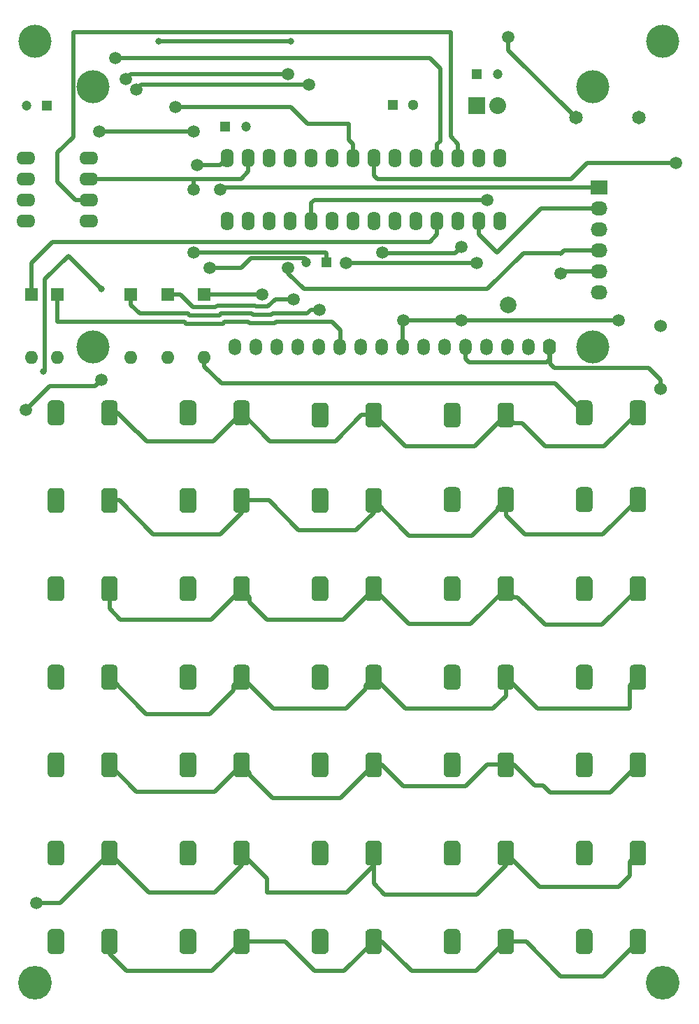
<source format=gbr>
G04 #@! TF.GenerationSoftware,KiCad,Pcbnew,(5.1.5)-3*
G04 #@! TF.CreationDate,2020-01-14T15:58:57+01:00*
G04 #@! TF.ProjectId,calculatrice,63616c63-756c-4617-9472-6963652e6b69,rev?*
G04 #@! TF.SameCoordinates,Original*
G04 #@! TF.FileFunction,Copper,L1,Top*
G04 #@! TF.FilePolarity,Positive*
%FSLAX46Y46*%
G04 Gerber Fmt 4.6, Leading zero omitted, Abs format (unit mm)*
G04 Created by KiCad (PCBNEW (5.1.5)-3) date 2020-01-14 15:58:57*
%MOMM*%
%LPD*%
G04 APERTURE LIST*
%ADD10R,2.032000X2.032000*%
%ADD11O,2.032000X2.032000*%
%ADD12O,1.600000X2.000000*%
%ADD13O,1.500000X2.000000*%
%ADD14C,4.000000*%
%ADD15O,1.600000X2.300000*%
%ADD16C,1.200000*%
%ADD17R,1.200000X1.200000*%
%ADD18C,4.064000*%
%ADD19C,2.000000*%
%ADD20C,1.524000*%
%ADD21O,2.300000X1.600000*%
%ADD22R,1.300000X1.300000*%
%ADD23C,1.300000*%
%ADD24R,2.032000X1.727200*%
%ADD25O,2.032000X1.727200*%
%ADD26C,1.651000*%
%ADD27C,0.100000*%
%ADD28R,1.600000X1.600000*%
%ADD29O,1.600000X1.600000*%
%ADD30C,1.500000*%
%ADD31C,0.800000*%
%ADD32C,0.500000*%
G04 APERTURE END LIST*
D10*
X56515000Y-10795000D03*
D11*
X59055000Y-10795000D03*
D12*
X65325000Y-40005000D03*
D13*
X62785000Y-40005000D03*
X60245000Y-40005000D03*
X57705000Y-40005000D03*
X55165000Y-40005000D03*
X52625000Y-40005000D03*
X50085000Y-40005000D03*
X47545000Y-40005000D03*
X45005000Y-40005000D03*
X42465000Y-40005000D03*
X39925000Y-40005000D03*
X37385000Y-40005000D03*
X34845000Y-40005000D03*
X32305000Y-40005000D03*
X29765000Y-40005000D03*
X27225000Y-40005000D03*
D14*
X70525000Y-40005000D03*
X70525000Y-8505000D03*
X10025000Y-8505000D03*
X10025000Y-40005000D03*
D15*
X26295000Y-24745000D03*
X28835000Y-24745000D03*
X31375000Y-24745000D03*
X33915000Y-24745000D03*
X36455000Y-24745000D03*
X38995000Y-24745000D03*
X41535000Y-24745000D03*
X44075000Y-24745000D03*
X46615000Y-24745000D03*
X49155000Y-24745000D03*
X51695000Y-24745000D03*
X54235000Y-24745000D03*
X56775000Y-24745000D03*
X59315000Y-24745000D03*
X59315000Y-17125000D03*
X56775000Y-17125000D03*
X54235000Y-17125000D03*
X51695000Y-17125000D03*
X49155000Y-17125000D03*
X46615000Y-17125000D03*
X44075000Y-17125000D03*
X41535000Y-17125000D03*
X38995000Y-17125000D03*
X36455000Y-17125000D03*
X33915000Y-17125000D03*
X31375000Y-17125000D03*
X28835000Y-17125000D03*
X26295000Y-17125000D03*
D16*
X59015000Y-6985000D03*
D17*
X56515000Y-6985000D03*
D18*
X3000000Y-117000000D03*
D19*
X60325000Y-34925000D03*
D20*
X78740000Y-37465000D03*
X78740000Y-45085000D03*
D21*
X1905000Y-17145000D03*
X1905000Y-19685000D03*
X1905000Y-22225000D03*
X1905000Y-24765000D03*
X9525000Y-24765000D03*
X9525000Y-22225000D03*
X9525000Y-19685000D03*
X9525000Y-17145000D03*
D17*
X38295000Y-29745000D03*
D16*
X35795000Y-29745000D03*
X1945000Y-10795000D03*
D17*
X4445000Y-10795000D03*
X26035000Y-13335000D03*
D16*
X28535000Y-13335000D03*
D22*
X46295000Y-10745000D03*
D23*
X48795000Y-10745000D03*
D24*
X71295000Y-20745000D03*
D25*
X71295000Y-23285000D03*
X71295000Y-25825000D03*
X71295000Y-28365000D03*
X71295000Y-30905000D03*
X71295000Y-33445000D03*
D26*
X68475000Y-12241000D03*
X76095000Y-12241000D03*
D14*
X3000000Y-3000000D03*
X79000000Y-3000000D03*
D18*
X79000000Y-117000000D03*
G04 #@! TA.AperFunction,ComponentPad*
D27*
G36*
X6049009Y-46502408D02*
G01*
X6097545Y-46509607D01*
X6145142Y-46521530D01*
X6191342Y-46538060D01*
X6235698Y-46559039D01*
X6277785Y-46584265D01*
X6317197Y-46613495D01*
X6353553Y-46646447D01*
X6386505Y-46682803D01*
X6415735Y-46722215D01*
X6440961Y-46764302D01*
X6461940Y-46808658D01*
X6478470Y-46854858D01*
X6490393Y-46902455D01*
X6497592Y-46950991D01*
X6500000Y-47000000D01*
X6500000Y-49000000D01*
X6497592Y-49049009D01*
X6490393Y-49097545D01*
X6478470Y-49145142D01*
X6461940Y-49191342D01*
X6440961Y-49235698D01*
X6415735Y-49277785D01*
X6386505Y-49317197D01*
X6353553Y-49353553D01*
X6317197Y-49386505D01*
X6277785Y-49415735D01*
X6235698Y-49440961D01*
X6191342Y-49461940D01*
X6145142Y-49478470D01*
X6097545Y-49490393D01*
X6049009Y-49497592D01*
X6000000Y-49500000D01*
X5000000Y-49500000D01*
X4950991Y-49497592D01*
X4902455Y-49490393D01*
X4854858Y-49478470D01*
X4808658Y-49461940D01*
X4764302Y-49440961D01*
X4722215Y-49415735D01*
X4682803Y-49386505D01*
X4646447Y-49353553D01*
X4613495Y-49317197D01*
X4584265Y-49277785D01*
X4559039Y-49235698D01*
X4538060Y-49191342D01*
X4521530Y-49145142D01*
X4509607Y-49097545D01*
X4502408Y-49049009D01*
X4500000Y-49000000D01*
X4500000Y-47000000D01*
X4502408Y-46950991D01*
X4509607Y-46902455D01*
X4521530Y-46854858D01*
X4538060Y-46808658D01*
X4559039Y-46764302D01*
X4584265Y-46722215D01*
X4613495Y-46682803D01*
X4646447Y-46646447D01*
X4682803Y-46613495D01*
X4722215Y-46584265D01*
X4764302Y-46559039D01*
X4808658Y-46538060D01*
X4854858Y-46521530D01*
X4902455Y-46509607D01*
X4950991Y-46502408D01*
X5000000Y-46500000D01*
X6000000Y-46500000D01*
X6049009Y-46502408D01*
G37*
G04 #@! TD.AperFunction*
G04 #@! TA.AperFunction,ComponentPad*
G36*
X12549009Y-46502408D02*
G01*
X12597545Y-46509607D01*
X12645142Y-46521530D01*
X12691342Y-46538060D01*
X12735698Y-46559039D01*
X12777785Y-46584265D01*
X12817197Y-46613495D01*
X12853553Y-46646447D01*
X12886505Y-46682803D01*
X12915735Y-46722215D01*
X12940961Y-46764302D01*
X12961940Y-46808658D01*
X12978470Y-46854858D01*
X12990393Y-46902455D01*
X12997592Y-46950991D01*
X13000000Y-47000000D01*
X13000000Y-49000000D01*
X12997592Y-49049009D01*
X12990393Y-49097545D01*
X12978470Y-49145142D01*
X12961940Y-49191342D01*
X12940961Y-49235698D01*
X12915735Y-49277785D01*
X12886505Y-49317197D01*
X12853553Y-49353553D01*
X12817197Y-49386505D01*
X12777785Y-49415735D01*
X12735698Y-49440961D01*
X12691342Y-49461940D01*
X12645142Y-49478470D01*
X12597545Y-49490393D01*
X12549009Y-49497592D01*
X12500000Y-49500000D01*
X11500000Y-49500000D01*
X11450991Y-49497592D01*
X11402455Y-49490393D01*
X11354858Y-49478470D01*
X11308658Y-49461940D01*
X11264302Y-49440961D01*
X11222215Y-49415735D01*
X11182803Y-49386505D01*
X11146447Y-49353553D01*
X11113495Y-49317197D01*
X11084265Y-49277785D01*
X11059039Y-49235698D01*
X11038060Y-49191342D01*
X11021530Y-49145142D01*
X11009607Y-49097545D01*
X11002408Y-49049009D01*
X11000000Y-49000000D01*
X11000000Y-47000000D01*
X11002408Y-46950991D01*
X11009607Y-46902455D01*
X11021530Y-46854858D01*
X11038060Y-46808658D01*
X11059039Y-46764302D01*
X11084265Y-46722215D01*
X11113495Y-46682803D01*
X11146447Y-46646447D01*
X11182803Y-46613495D01*
X11222215Y-46584265D01*
X11264302Y-46559039D01*
X11308658Y-46538060D01*
X11354858Y-46521530D01*
X11402455Y-46509607D01*
X11450991Y-46502408D01*
X11500000Y-46500000D01*
X12500000Y-46500000D01*
X12549009Y-46502408D01*
G37*
G04 #@! TD.AperFunction*
G04 #@! TA.AperFunction,ComponentPad*
G36*
X12549009Y-57102408D02*
G01*
X12597545Y-57109607D01*
X12645142Y-57121530D01*
X12691342Y-57138060D01*
X12735698Y-57159039D01*
X12777785Y-57184265D01*
X12817197Y-57213495D01*
X12853553Y-57246447D01*
X12886505Y-57282803D01*
X12915735Y-57322215D01*
X12940961Y-57364302D01*
X12961940Y-57408658D01*
X12978470Y-57454858D01*
X12990393Y-57502455D01*
X12997592Y-57550991D01*
X13000000Y-57600000D01*
X13000000Y-59600000D01*
X12997592Y-59649009D01*
X12990393Y-59697545D01*
X12978470Y-59745142D01*
X12961940Y-59791342D01*
X12940961Y-59835698D01*
X12915735Y-59877785D01*
X12886505Y-59917197D01*
X12853553Y-59953553D01*
X12817197Y-59986505D01*
X12777785Y-60015735D01*
X12735698Y-60040961D01*
X12691342Y-60061940D01*
X12645142Y-60078470D01*
X12597545Y-60090393D01*
X12549009Y-60097592D01*
X12500000Y-60100000D01*
X11500000Y-60100000D01*
X11450991Y-60097592D01*
X11402455Y-60090393D01*
X11354858Y-60078470D01*
X11308658Y-60061940D01*
X11264302Y-60040961D01*
X11222215Y-60015735D01*
X11182803Y-59986505D01*
X11146447Y-59953553D01*
X11113495Y-59917197D01*
X11084265Y-59877785D01*
X11059039Y-59835698D01*
X11038060Y-59791342D01*
X11021530Y-59745142D01*
X11009607Y-59697545D01*
X11002408Y-59649009D01*
X11000000Y-59600000D01*
X11000000Y-57600000D01*
X11002408Y-57550991D01*
X11009607Y-57502455D01*
X11021530Y-57454858D01*
X11038060Y-57408658D01*
X11059039Y-57364302D01*
X11084265Y-57322215D01*
X11113495Y-57282803D01*
X11146447Y-57246447D01*
X11182803Y-57213495D01*
X11222215Y-57184265D01*
X11264302Y-57159039D01*
X11308658Y-57138060D01*
X11354858Y-57121530D01*
X11402455Y-57109607D01*
X11450991Y-57102408D01*
X11500000Y-57100000D01*
X12500000Y-57100000D01*
X12549009Y-57102408D01*
G37*
G04 #@! TD.AperFunction*
G04 #@! TA.AperFunction,ComponentPad*
G36*
X6049009Y-57102408D02*
G01*
X6097545Y-57109607D01*
X6145142Y-57121530D01*
X6191342Y-57138060D01*
X6235698Y-57159039D01*
X6277785Y-57184265D01*
X6317197Y-57213495D01*
X6353553Y-57246447D01*
X6386505Y-57282803D01*
X6415735Y-57322215D01*
X6440961Y-57364302D01*
X6461940Y-57408658D01*
X6478470Y-57454858D01*
X6490393Y-57502455D01*
X6497592Y-57550991D01*
X6500000Y-57600000D01*
X6500000Y-59600000D01*
X6497592Y-59649009D01*
X6490393Y-59697545D01*
X6478470Y-59745142D01*
X6461940Y-59791342D01*
X6440961Y-59835698D01*
X6415735Y-59877785D01*
X6386505Y-59917197D01*
X6353553Y-59953553D01*
X6317197Y-59986505D01*
X6277785Y-60015735D01*
X6235698Y-60040961D01*
X6191342Y-60061940D01*
X6145142Y-60078470D01*
X6097545Y-60090393D01*
X6049009Y-60097592D01*
X6000000Y-60100000D01*
X5000000Y-60100000D01*
X4950991Y-60097592D01*
X4902455Y-60090393D01*
X4854858Y-60078470D01*
X4808658Y-60061940D01*
X4764302Y-60040961D01*
X4722215Y-60015735D01*
X4682803Y-59986505D01*
X4646447Y-59953553D01*
X4613495Y-59917197D01*
X4584265Y-59877785D01*
X4559039Y-59835698D01*
X4538060Y-59791342D01*
X4521530Y-59745142D01*
X4509607Y-59697545D01*
X4502408Y-59649009D01*
X4500000Y-59600000D01*
X4500000Y-57600000D01*
X4502408Y-57550991D01*
X4509607Y-57502455D01*
X4521530Y-57454858D01*
X4538060Y-57408658D01*
X4559039Y-57364302D01*
X4584265Y-57322215D01*
X4613495Y-57282803D01*
X4646447Y-57246447D01*
X4682803Y-57213495D01*
X4722215Y-57184265D01*
X4764302Y-57159039D01*
X4808658Y-57138060D01*
X4854858Y-57121530D01*
X4902455Y-57109607D01*
X4950991Y-57102408D01*
X5000000Y-57100000D01*
X6000000Y-57100000D01*
X6049009Y-57102408D01*
G37*
G04 #@! TD.AperFunction*
G04 #@! TA.AperFunction,ComponentPad*
G36*
X6049009Y-67802408D02*
G01*
X6097545Y-67809607D01*
X6145142Y-67821530D01*
X6191342Y-67838060D01*
X6235698Y-67859039D01*
X6277785Y-67884265D01*
X6317197Y-67913495D01*
X6353553Y-67946447D01*
X6386505Y-67982803D01*
X6415735Y-68022215D01*
X6440961Y-68064302D01*
X6461940Y-68108658D01*
X6478470Y-68154858D01*
X6490393Y-68202455D01*
X6497592Y-68250991D01*
X6500000Y-68300000D01*
X6500000Y-70300000D01*
X6497592Y-70349009D01*
X6490393Y-70397545D01*
X6478470Y-70445142D01*
X6461940Y-70491342D01*
X6440961Y-70535698D01*
X6415735Y-70577785D01*
X6386505Y-70617197D01*
X6353553Y-70653553D01*
X6317197Y-70686505D01*
X6277785Y-70715735D01*
X6235698Y-70740961D01*
X6191342Y-70761940D01*
X6145142Y-70778470D01*
X6097545Y-70790393D01*
X6049009Y-70797592D01*
X6000000Y-70800000D01*
X5000000Y-70800000D01*
X4950991Y-70797592D01*
X4902455Y-70790393D01*
X4854858Y-70778470D01*
X4808658Y-70761940D01*
X4764302Y-70740961D01*
X4722215Y-70715735D01*
X4682803Y-70686505D01*
X4646447Y-70653553D01*
X4613495Y-70617197D01*
X4584265Y-70577785D01*
X4559039Y-70535698D01*
X4538060Y-70491342D01*
X4521530Y-70445142D01*
X4509607Y-70397545D01*
X4502408Y-70349009D01*
X4500000Y-70300000D01*
X4500000Y-68300000D01*
X4502408Y-68250991D01*
X4509607Y-68202455D01*
X4521530Y-68154858D01*
X4538060Y-68108658D01*
X4559039Y-68064302D01*
X4584265Y-68022215D01*
X4613495Y-67982803D01*
X4646447Y-67946447D01*
X4682803Y-67913495D01*
X4722215Y-67884265D01*
X4764302Y-67859039D01*
X4808658Y-67838060D01*
X4854858Y-67821530D01*
X4902455Y-67809607D01*
X4950991Y-67802408D01*
X5000000Y-67800000D01*
X6000000Y-67800000D01*
X6049009Y-67802408D01*
G37*
G04 #@! TD.AperFunction*
G04 #@! TA.AperFunction,ComponentPad*
G36*
X12549009Y-67802408D02*
G01*
X12597545Y-67809607D01*
X12645142Y-67821530D01*
X12691342Y-67838060D01*
X12735698Y-67859039D01*
X12777785Y-67884265D01*
X12817197Y-67913495D01*
X12853553Y-67946447D01*
X12886505Y-67982803D01*
X12915735Y-68022215D01*
X12940961Y-68064302D01*
X12961940Y-68108658D01*
X12978470Y-68154858D01*
X12990393Y-68202455D01*
X12997592Y-68250991D01*
X13000000Y-68300000D01*
X13000000Y-70300000D01*
X12997592Y-70349009D01*
X12990393Y-70397545D01*
X12978470Y-70445142D01*
X12961940Y-70491342D01*
X12940961Y-70535698D01*
X12915735Y-70577785D01*
X12886505Y-70617197D01*
X12853553Y-70653553D01*
X12817197Y-70686505D01*
X12777785Y-70715735D01*
X12735698Y-70740961D01*
X12691342Y-70761940D01*
X12645142Y-70778470D01*
X12597545Y-70790393D01*
X12549009Y-70797592D01*
X12500000Y-70800000D01*
X11500000Y-70800000D01*
X11450991Y-70797592D01*
X11402455Y-70790393D01*
X11354858Y-70778470D01*
X11308658Y-70761940D01*
X11264302Y-70740961D01*
X11222215Y-70715735D01*
X11182803Y-70686505D01*
X11146447Y-70653553D01*
X11113495Y-70617197D01*
X11084265Y-70577785D01*
X11059039Y-70535698D01*
X11038060Y-70491342D01*
X11021530Y-70445142D01*
X11009607Y-70397545D01*
X11002408Y-70349009D01*
X11000000Y-70300000D01*
X11000000Y-68300000D01*
X11002408Y-68250991D01*
X11009607Y-68202455D01*
X11021530Y-68154858D01*
X11038060Y-68108658D01*
X11059039Y-68064302D01*
X11084265Y-68022215D01*
X11113495Y-67982803D01*
X11146447Y-67946447D01*
X11182803Y-67913495D01*
X11222215Y-67884265D01*
X11264302Y-67859039D01*
X11308658Y-67838060D01*
X11354858Y-67821530D01*
X11402455Y-67809607D01*
X11450991Y-67802408D01*
X11500000Y-67800000D01*
X12500000Y-67800000D01*
X12549009Y-67802408D01*
G37*
G04 #@! TD.AperFunction*
G04 #@! TA.AperFunction,ComponentPad*
G36*
X12549009Y-78502408D02*
G01*
X12597545Y-78509607D01*
X12645142Y-78521530D01*
X12691342Y-78538060D01*
X12735698Y-78559039D01*
X12777785Y-78584265D01*
X12817197Y-78613495D01*
X12853553Y-78646447D01*
X12886505Y-78682803D01*
X12915735Y-78722215D01*
X12940961Y-78764302D01*
X12961940Y-78808658D01*
X12978470Y-78854858D01*
X12990393Y-78902455D01*
X12997592Y-78950991D01*
X13000000Y-79000000D01*
X13000000Y-81000000D01*
X12997592Y-81049009D01*
X12990393Y-81097545D01*
X12978470Y-81145142D01*
X12961940Y-81191342D01*
X12940961Y-81235698D01*
X12915735Y-81277785D01*
X12886505Y-81317197D01*
X12853553Y-81353553D01*
X12817197Y-81386505D01*
X12777785Y-81415735D01*
X12735698Y-81440961D01*
X12691342Y-81461940D01*
X12645142Y-81478470D01*
X12597545Y-81490393D01*
X12549009Y-81497592D01*
X12500000Y-81500000D01*
X11500000Y-81500000D01*
X11450991Y-81497592D01*
X11402455Y-81490393D01*
X11354858Y-81478470D01*
X11308658Y-81461940D01*
X11264302Y-81440961D01*
X11222215Y-81415735D01*
X11182803Y-81386505D01*
X11146447Y-81353553D01*
X11113495Y-81317197D01*
X11084265Y-81277785D01*
X11059039Y-81235698D01*
X11038060Y-81191342D01*
X11021530Y-81145142D01*
X11009607Y-81097545D01*
X11002408Y-81049009D01*
X11000000Y-81000000D01*
X11000000Y-79000000D01*
X11002408Y-78950991D01*
X11009607Y-78902455D01*
X11021530Y-78854858D01*
X11038060Y-78808658D01*
X11059039Y-78764302D01*
X11084265Y-78722215D01*
X11113495Y-78682803D01*
X11146447Y-78646447D01*
X11182803Y-78613495D01*
X11222215Y-78584265D01*
X11264302Y-78559039D01*
X11308658Y-78538060D01*
X11354858Y-78521530D01*
X11402455Y-78509607D01*
X11450991Y-78502408D01*
X11500000Y-78500000D01*
X12500000Y-78500000D01*
X12549009Y-78502408D01*
G37*
G04 #@! TD.AperFunction*
G04 #@! TA.AperFunction,ComponentPad*
G36*
X6049009Y-78502408D02*
G01*
X6097545Y-78509607D01*
X6145142Y-78521530D01*
X6191342Y-78538060D01*
X6235698Y-78559039D01*
X6277785Y-78584265D01*
X6317197Y-78613495D01*
X6353553Y-78646447D01*
X6386505Y-78682803D01*
X6415735Y-78722215D01*
X6440961Y-78764302D01*
X6461940Y-78808658D01*
X6478470Y-78854858D01*
X6490393Y-78902455D01*
X6497592Y-78950991D01*
X6500000Y-79000000D01*
X6500000Y-81000000D01*
X6497592Y-81049009D01*
X6490393Y-81097545D01*
X6478470Y-81145142D01*
X6461940Y-81191342D01*
X6440961Y-81235698D01*
X6415735Y-81277785D01*
X6386505Y-81317197D01*
X6353553Y-81353553D01*
X6317197Y-81386505D01*
X6277785Y-81415735D01*
X6235698Y-81440961D01*
X6191342Y-81461940D01*
X6145142Y-81478470D01*
X6097545Y-81490393D01*
X6049009Y-81497592D01*
X6000000Y-81500000D01*
X5000000Y-81500000D01*
X4950991Y-81497592D01*
X4902455Y-81490393D01*
X4854858Y-81478470D01*
X4808658Y-81461940D01*
X4764302Y-81440961D01*
X4722215Y-81415735D01*
X4682803Y-81386505D01*
X4646447Y-81353553D01*
X4613495Y-81317197D01*
X4584265Y-81277785D01*
X4559039Y-81235698D01*
X4538060Y-81191342D01*
X4521530Y-81145142D01*
X4509607Y-81097545D01*
X4502408Y-81049009D01*
X4500000Y-81000000D01*
X4500000Y-79000000D01*
X4502408Y-78950991D01*
X4509607Y-78902455D01*
X4521530Y-78854858D01*
X4538060Y-78808658D01*
X4559039Y-78764302D01*
X4584265Y-78722215D01*
X4613495Y-78682803D01*
X4646447Y-78646447D01*
X4682803Y-78613495D01*
X4722215Y-78584265D01*
X4764302Y-78559039D01*
X4808658Y-78538060D01*
X4854858Y-78521530D01*
X4902455Y-78509607D01*
X4950991Y-78502408D01*
X5000000Y-78500000D01*
X6000000Y-78500000D01*
X6049009Y-78502408D01*
G37*
G04 #@! TD.AperFunction*
G04 #@! TA.AperFunction,ComponentPad*
G36*
X12549009Y-89102408D02*
G01*
X12597545Y-89109607D01*
X12645142Y-89121530D01*
X12691342Y-89138060D01*
X12735698Y-89159039D01*
X12777785Y-89184265D01*
X12817197Y-89213495D01*
X12853553Y-89246447D01*
X12886505Y-89282803D01*
X12915735Y-89322215D01*
X12940961Y-89364302D01*
X12961940Y-89408658D01*
X12978470Y-89454858D01*
X12990393Y-89502455D01*
X12997592Y-89550991D01*
X13000000Y-89600000D01*
X13000000Y-91600000D01*
X12997592Y-91649009D01*
X12990393Y-91697545D01*
X12978470Y-91745142D01*
X12961940Y-91791342D01*
X12940961Y-91835698D01*
X12915735Y-91877785D01*
X12886505Y-91917197D01*
X12853553Y-91953553D01*
X12817197Y-91986505D01*
X12777785Y-92015735D01*
X12735698Y-92040961D01*
X12691342Y-92061940D01*
X12645142Y-92078470D01*
X12597545Y-92090393D01*
X12549009Y-92097592D01*
X12500000Y-92100000D01*
X11500000Y-92100000D01*
X11450991Y-92097592D01*
X11402455Y-92090393D01*
X11354858Y-92078470D01*
X11308658Y-92061940D01*
X11264302Y-92040961D01*
X11222215Y-92015735D01*
X11182803Y-91986505D01*
X11146447Y-91953553D01*
X11113495Y-91917197D01*
X11084265Y-91877785D01*
X11059039Y-91835698D01*
X11038060Y-91791342D01*
X11021530Y-91745142D01*
X11009607Y-91697545D01*
X11002408Y-91649009D01*
X11000000Y-91600000D01*
X11000000Y-89600000D01*
X11002408Y-89550991D01*
X11009607Y-89502455D01*
X11021530Y-89454858D01*
X11038060Y-89408658D01*
X11059039Y-89364302D01*
X11084265Y-89322215D01*
X11113495Y-89282803D01*
X11146447Y-89246447D01*
X11182803Y-89213495D01*
X11222215Y-89184265D01*
X11264302Y-89159039D01*
X11308658Y-89138060D01*
X11354858Y-89121530D01*
X11402455Y-89109607D01*
X11450991Y-89102408D01*
X11500000Y-89100000D01*
X12500000Y-89100000D01*
X12549009Y-89102408D01*
G37*
G04 #@! TD.AperFunction*
G04 #@! TA.AperFunction,ComponentPad*
G36*
X6049009Y-89102408D02*
G01*
X6097545Y-89109607D01*
X6145142Y-89121530D01*
X6191342Y-89138060D01*
X6235698Y-89159039D01*
X6277785Y-89184265D01*
X6317197Y-89213495D01*
X6353553Y-89246447D01*
X6386505Y-89282803D01*
X6415735Y-89322215D01*
X6440961Y-89364302D01*
X6461940Y-89408658D01*
X6478470Y-89454858D01*
X6490393Y-89502455D01*
X6497592Y-89550991D01*
X6500000Y-89600000D01*
X6500000Y-91600000D01*
X6497592Y-91649009D01*
X6490393Y-91697545D01*
X6478470Y-91745142D01*
X6461940Y-91791342D01*
X6440961Y-91835698D01*
X6415735Y-91877785D01*
X6386505Y-91917197D01*
X6353553Y-91953553D01*
X6317197Y-91986505D01*
X6277785Y-92015735D01*
X6235698Y-92040961D01*
X6191342Y-92061940D01*
X6145142Y-92078470D01*
X6097545Y-92090393D01*
X6049009Y-92097592D01*
X6000000Y-92100000D01*
X5000000Y-92100000D01*
X4950991Y-92097592D01*
X4902455Y-92090393D01*
X4854858Y-92078470D01*
X4808658Y-92061940D01*
X4764302Y-92040961D01*
X4722215Y-92015735D01*
X4682803Y-91986505D01*
X4646447Y-91953553D01*
X4613495Y-91917197D01*
X4584265Y-91877785D01*
X4559039Y-91835698D01*
X4538060Y-91791342D01*
X4521530Y-91745142D01*
X4509607Y-91697545D01*
X4502408Y-91649009D01*
X4500000Y-91600000D01*
X4500000Y-89600000D01*
X4502408Y-89550991D01*
X4509607Y-89502455D01*
X4521530Y-89454858D01*
X4538060Y-89408658D01*
X4559039Y-89364302D01*
X4584265Y-89322215D01*
X4613495Y-89282803D01*
X4646447Y-89246447D01*
X4682803Y-89213495D01*
X4722215Y-89184265D01*
X4764302Y-89159039D01*
X4808658Y-89138060D01*
X4854858Y-89121530D01*
X4902455Y-89109607D01*
X4950991Y-89102408D01*
X5000000Y-89100000D01*
X6000000Y-89100000D01*
X6049009Y-89102408D01*
G37*
G04 #@! TD.AperFunction*
G04 #@! TA.AperFunction,ComponentPad*
G36*
X6049009Y-99802408D02*
G01*
X6097545Y-99809607D01*
X6145142Y-99821530D01*
X6191342Y-99838060D01*
X6235698Y-99859039D01*
X6277785Y-99884265D01*
X6317197Y-99913495D01*
X6353553Y-99946447D01*
X6386505Y-99982803D01*
X6415735Y-100022215D01*
X6440961Y-100064302D01*
X6461940Y-100108658D01*
X6478470Y-100154858D01*
X6490393Y-100202455D01*
X6497592Y-100250991D01*
X6500000Y-100300000D01*
X6500000Y-102300000D01*
X6497592Y-102349009D01*
X6490393Y-102397545D01*
X6478470Y-102445142D01*
X6461940Y-102491342D01*
X6440961Y-102535698D01*
X6415735Y-102577785D01*
X6386505Y-102617197D01*
X6353553Y-102653553D01*
X6317197Y-102686505D01*
X6277785Y-102715735D01*
X6235698Y-102740961D01*
X6191342Y-102761940D01*
X6145142Y-102778470D01*
X6097545Y-102790393D01*
X6049009Y-102797592D01*
X6000000Y-102800000D01*
X5000000Y-102800000D01*
X4950991Y-102797592D01*
X4902455Y-102790393D01*
X4854858Y-102778470D01*
X4808658Y-102761940D01*
X4764302Y-102740961D01*
X4722215Y-102715735D01*
X4682803Y-102686505D01*
X4646447Y-102653553D01*
X4613495Y-102617197D01*
X4584265Y-102577785D01*
X4559039Y-102535698D01*
X4538060Y-102491342D01*
X4521530Y-102445142D01*
X4509607Y-102397545D01*
X4502408Y-102349009D01*
X4500000Y-102300000D01*
X4500000Y-100300000D01*
X4502408Y-100250991D01*
X4509607Y-100202455D01*
X4521530Y-100154858D01*
X4538060Y-100108658D01*
X4559039Y-100064302D01*
X4584265Y-100022215D01*
X4613495Y-99982803D01*
X4646447Y-99946447D01*
X4682803Y-99913495D01*
X4722215Y-99884265D01*
X4764302Y-99859039D01*
X4808658Y-99838060D01*
X4854858Y-99821530D01*
X4902455Y-99809607D01*
X4950991Y-99802408D01*
X5000000Y-99800000D01*
X6000000Y-99800000D01*
X6049009Y-99802408D01*
G37*
G04 #@! TD.AperFunction*
G04 #@! TA.AperFunction,ComponentPad*
G36*
X12549009Y-99802408D02*
G01*
X12597545Y-99809607D01*
X12645142Y-99821530D01*
X12691342Y-99838060D01*
X12735698Y-99859039D01*
X12777785Y-99884265D01*
X12817197Y-99913495D01*
X12853553Y-99946447D01*
X12886505Y-99982803D01*
X12915735Y-100022215D01*
X12940961Y-100064302D01*
X12961940Y-100108658D01*
X12978470Y-100154858D01*
X12990393Y-100202455D01*
X12997592Y-100250991D01*
X13000000Y-100300000D01*
X13000000Y-102300000D01*
X12997592Y-102349009D01*
X12990393Y-102397545D01*
X12978470Y-102445142D01*
X12961940Y-102491342D01*
X12940961Y-102535698D01*
X12915735Y-102577785D01*
X12886505Y-102617197D01*
X12853553Y-102653553D01*
X12817197Y-102686505D01*
X12777785Y-102715735D01*
X12735698Y-102740961D01*
X12691342Y-102761940D01*
X12645142Y-102778470D01*
X12597545Y-102790393D01*
X12549009Y-102797592D01*
X12500000Y-102800000D01*
X11500000Y-102800000D01*
X11450991Y-102797592D01*
X11402455Y-102790393D01*
X11354858Y-102778470D01*
X11308658Y-102761940D01*
X11264302Y-102740961D01*
X11222215Y-102715735D01*
X11182803Y-102686505D01*
X11146447Y-102653553D01*
X11113495Y-102617197D01*
X11084265Y-102577785D01*
X11059039Y-102535698D01*
X11038060Y-102491342D01*
X11021530Y-102445142D01*
X11009607Y-102397545D01*
X11002408Y-102349009D01*
X11000000Y-102300000D01*
X11000000Y-100300000D01*
X11002408Y-100250991D01*
X11009607Y-100202455D01*
X11021530Y-100154858D01*
X11038060Y-100108658D01*
X11059039Y-100064302D01*
X11084265Y-100022215D01*
X11113495Y-99982803D01*
X11146447Y-99946447D01*
X11182803Y-99913495D01*
X11222215Y-99884265D01*
X11264302Y-99859039D01*
X11308658Y-99838060D01*
X11354858Y-99821530D01*
X11402455Y-99809607D01*
X11450991Y-99802408D01*
X11500000Y-99800000D01*
X12500000Y-99800000D01*
X12549009Y-99802408D01*
G37*
G04 #@! TD.AperFunction*
G04 #@! TA.AperFunction,ComponentPad*
G36*
X6049009Y-110502408D02*
G01*
X6097545Y-110509607D01*
X6145142Y-110521530D01*
X6191342Y-110538060D01*
X6235698Y-110559039D01*
X6277785Y-110584265D01*
X6317197Y-110613495D01*
X6353553Y-110646447D01*
X6386505Y-110682803D01*
X6415735Y-110722215D01*
X6440961Y-110764302D01*
X6461940Y-110808658D01*
X6478470Y-110854858D01*
X6490393Y-110902455D01*
X6497592Y-110950991D01*
X6500000Y-111000000D01*
X6500000Y-113000000D01*
X6497592Y-113049009D01*
X6490393Y-113097545D01*
X6478470Y-113145142D01*
X6461940Y-113191342D01*
X6440961Y-113235698D01*
X6415735Y-113277785D01*
X6386505Y-113317197D01*
X6353553Y-113353553D01*
X6317197Y-113386505D01*
X6277785Y-113415735D01*
X6235698Y-113440961D01*
X6191342Y-113461940D01*
X6145142Y-113478470D01*
X6097545Y-113490393D01*
X6049009Y-113497592D01*
X6000000Y-113500000D01*
X5000000Y-113500000D01*
X4950991Y-113497592D01*
X4902455Y-113490393D01*
X4854858Y-113478470D01*
X4808658Y-113461940D01*
X4764302Y-113440961D01*
X4722215Y-113415735D01*
X4682803Y-113386505D01*
X4646447Y-113353553D01*
X4613495Y-113317197D01*
X4584265Y-113277785D01*
X4559039Y-113235698D01*
X4538060Y-113191342D01*
X4521530Y-113145142D01*
X4509607Y-113097545D01*
X4502408Y-113049009D01*
X4500000Y-113000000D01*
X4500000Y-111000000D01*
X4502408Y-110950991D01*
X4509607Y-110902455D01*
X4521530Y-110854858D01*
X4538060Y-110808658D01*
X4559039Y-110764302D01*
X4584265Y-110722215D01*
X4613495Y-110682803D01*
X4646447Y-110646447D01*
X4682803Y-110613495D01*
X4722215Y-110584265D01*
X4764302Y-110559039D01*
X4808658Y-110538060D01*
X4854858Y-110521530D01*
X4902455Y-110509607D01*
X4950991Y-110502408D01*
X5000000Y-110500000D01*
X6000000Y-110500000D01*
X6049009Y-110502408D01*
G37*
G04 #@! TD.AperFunction*
G04 #@! TA.AperFunction,ComponentPad*
G36*
X12549009Y-110502408D02*
G01*
X12597545Y-110509607D01*
X12645142Y-110521530D01*
X12691342Y-110538060D01*
X12735698Y-110559039D01*
X12777785Y-110584265D01*
X12817197Y-110613495D01*
X12853553Y-110646447D01*
X12886505Y-110682803D01*
X12915735Y-110722215D01*
X12940961Y-110764302D01*
X12961940Y-110808658D01*
X12978470Y-110854858D01*
X12990393Y-110902455D01*
X12997592Y-110950991D01*
X13000000Y-111000000D01*
X13000000Y-113000000D01*
X12997592Y-113049009D01*
X12990393Y-113097545D01*
X12978470Y-113145142D01*
X12961940Y-113191342D01*
X12940961Y-113235698D01*
X12915735Y-113277785D01*
X12886505Y-113317197D01*
X12853553Y-113353553D01*
X12817197Y-113386505D01*
X12777785Y-113415735D01*
X12735698Y-113440961D01*
X12691342Y-113461940D01*
X12645142Y-113478470D01*
X12597545Y-113490393D01*
X12549009Y-113497592D01*
X12500000Y-113500000D01*
X11500000Y-113500000D01*
X11450991Y-113497592D01*
X11402455Y-113490393D01*
X11354858Y-113478470D01*
X11308658Y-113461940D01*
X11264302Y-113440961D01*
X11222215Y-113415735D01*
X11182803Y-113386505D01*
X11146447Y-113353553D01*
X11113495Y-113317197D01*
X11084265Y-113277785D01*
X11059039Y-113235698D01*
X11038060Y-113191342D01*
X11021530Y-113145142D01*
X11009607Y-113097545D01*
X11002408Y-113049009D01*
X11000000Y-113000000D01*
X11000000Y-111000000D01*
X11002408Y-110950991D01*
X11009607Y-110902455D01*
X11021530Y-110854858D01*
X11038060Y-110808658D01*
X11059039Y-110764302D01*
X11084265Y-110722215D01*
X11113495Y-110682803D01*
X11146447Y-110646447D01*
X11182803Y-110613495D01*
X11222215Y-110584265D01*
X11264302Y-110559039D01*
X11308658Y-110538060D01*
X11354858Y-110521530D01*
X11402455Y-110509607D01*
X11450991Y-110502408D01*
X11500000Y-110500000D01*
X12500000Y-110500000D01*
X12549009Y-110502408D01*
G37*
G04 #@! TD.AperFunction*
G04 #@! TA.AperFunction,ComponentPad*
G36*
X28549009Y-46502408D02*
G01*
X28597545Y-46509607D01*
X28645142Y-46521530D01*
X28691342Y-46538060D01*
X28735698Y-46559039D01*
X28777785Y-46584265D01*
X28817197Y-46613495D01*
X28853553Y-46646447D01*
X28886505Y-46682803D01*
X28915735Y-46722215D01*
X28940961Y-46764302D01*
X28961940Y-46808658D01*
X28978470Y-46854858D01*
X28990393Y-46902455D01*
X28997592Y-46950991D01*
X29000000Y-47000000D01*
X29000000Y-49000000D01*
X28997592Y-49049009D01*
X28990393Y-49097545D01*
X28978470Y-49145142D01*
X28961940Y-49191342D01*
X28940961Y-49235698D01*
X28915735Y-49277785D01*
X28886505Y-49317197D01*
X28853553Y-49353553D01*
X28817197Y-49386505D01*
X28777785Y-49415735D01*
X28735698Y-49440961D01*
X28691342Y-49461940D01*
X28645142Y-49478470D01*
X28597545Y-49490393D01*
X28549009Y-49497592D01*
X28500000Y-49500000D01*
X27500000Y-49500000D01*
X27450991Y-49497592D01*
X27402455Y-49490393D01*
X27354858Y-49478470D01*
X27308658Y-49461940D01*
X27264302Y-49440961D01*
X27222215Y-49415735D01*
X27182803Y-49386505D01*
X27146447Y-49353553D01*
X27113495Y-49317197D01*
X27084265Y-49277785D01*
X27059039Y-49235698D01*
X27038060Y-49191342D01*
X27021530Y-49145142D01*
X27009607Y-49097545D01*
X27002408Y-49049009D01*
X27000000Y-49000000D01*
X27000000Y-47000000D01*
X27002408Y-46950991D01*
X27009607Y-46902455D01*
X27021530Y-46854858D01*
X27038060Y-46808658D01*
X27059039Y-46764302D01*
X27084265Y-46722215D01*
X27113495Y-46682803D01*
X27146447Y-46646447D01*
X27182803Y-46613495D01*
X27222215Y-46584265D01*
X27264302Y-46559039D01*
X27308658Y-46538060D01*
X27354858Y-46521530D01*
X27402455Y-46509607D01*
X27450991Y-46502408D01*
X27500000Y-46500000D01*
X28500000Y-46500000D01*
X28549009Y-46502408D01*
G37*
G04 #@! TD.AperFunction*
G04 #@! TA.AperFunction,ComponentPad*
G36*
X22049009Y-46502408D02*
G01*
X22097545Y-46509607D01*
X22145142Y-46521530D01*
X22191342Y-46538060D01*
X22235698Y-46559039D01*
X22277785Y-46584265D01*
X22317197Y-46613495D01*
X22353553Y-46646447D01*
X22386505Y-46682803D01*
X22415735Y-46722215D01*
X22440961Y-46764302D01*
X22461940Y-46808658D01*
X22478470Y-46854858D01*
X22490393Y-46902455D01*
X22497592Y-46950991D01*
X22500000Y-47000000D01*
X22500000Y-49000000D01*
X22497592Y-49049009D01*
X22490393Y-49097545D01*
X22478470Y-49145142D01*
X22461940Y-49191342D01*
X22440961Y-49235698D01*
X22415735Y-49277785D01*
X22386505Y-49317197D01*
X22353553Y-49353553D01*
X22317197Y-49386505D01*
X22277785Y-49415735D01*
X22235698Y-49440961D01*
X22191342Y-49461940D01*
X22145142Y-49478470D01*
X22097545Y-49490393D01*
X22049009Y-49497592D01*
X22000000Y-49500000D01*
X21000000Y-49500000D01*
X20950991Y-49497592D01*
X20902455Y-49490393D01*
X20854858Y-49478470D01*
X20808658Y-49461940D01*
X20764302Y-49440961D01*
X20722215Y-49415735D01*
X20682803Y-49386505D01*
X20646447Y-49353553D01*
X20613495Y-49317197D01*
X20584265Y-49277785D01*
X20559039Y-49235698D01*
X20538060Y-49191342D01*
X20521530Y-49145142D01*
X20509607Y-49097545D01*
X20502408Y-49049009D01*
X20500000Y-49000000D01*
X20500000Y-47000000D01*
X20502408Y-46950991D01*
X20509607Y-46902455D01*
X20521530Y-46854858D01*
X20538060Y-46808658D01*
X20559039Y-46764302D01*
X20584265Y-46722215D01*
X20613495Y-46682803D01*
X20646447Y-46646447D01*
X20682803Y-46613495D01*
X20722215Y-46584265D01*
X20764302Y-46559039D01*
X20808658Y-46538060D01*
X20854858Y-46521530D01*
X20902455Y-46509607D01*
X20950991Y-46502408D01*
X21000000Y-46500000D01*
X22000000Y-46500000D01*
X22049009Y-46502408D01*
G37*
G04 #@! TD.AperFunction*
G04 #@! TA.AperFunction,ComponentPad*
G36*
X22049009Y-57102408D02*
G01*
X22097545Y-57109607D01*
X22145142Y-57121530D01*
X22191342Y-57138060D01*
X22235698Y-57159039D01*
X22277785Y-57184265D01*
X22317197Y-57213495D01*
X22353553Y-57246447D01*
X22386505Y-57282803D01*
X22415735Y-57322215D01*
X22440961Y-57364302D01*
X22461940Y-57408658D01*
X22478470Y-57454858D01*
X22490393Y-57502455D01*
X22497592Y-57550991D01*
X22500000Y-57600000D01*
X22500000Y-59600000D01*
X22497592Y-59649009D01*
X22490393Y-59697545D01*
X22478470Y-59745142D01*
X22461940Y-59791342D01*
X22440961Y-59835698D01*
X22415735Y-59877785D01*
X22386505Y-59917197D01*
X22353553Y-59953553D01*
X22317197Y-59986505D01*
X22277785Y-60015735D01*
X22235698Y-60040961D01*
X22191342Y-60061940D01*
X22145142Y-60078470D01*
X22097545Y-60090393D01*
X22049009Y-60097592D01*
X22000000Y-60100000D01*
X21000000Y-60100000D01*
X20950991Y-60097592D01*
X20902455Y-60090393D01*
X20854858Y-60078470D01*
X20808658Y-60061940D01*
X20764302Y-60040961D01*
X20722215Y-60015735D01*
X20682803Y-59986505D01*
X20646447Y-59953553D01*
X20613495Y-59917197D01*
X20584265Y-59877785D01*
X20559039Y-59835698D01*
X20538060Y-59791342D01*
X20521530Y-59745142D01*
X20509607Y-59697545D01*
X20502408Y-59649009D01*
X20500000Y-59600000D01*
X20500000Y-57600000D01*
X20502408Y-57550991D01*
X20509607Y-57502455D01*
X20521530Y-57454858D01*
X20538060Y-57408658D01*
X20559039Y-57364302D01*
X20584265Y-57322215D01*
X20613495Y-57282803D01*
X20646447Y-57246447D01*
X20682803Y-57213495D01*
X20722215Y-57184265D01*
X20764302Y-57159039D01*
X20808658Y-57138060D01*
X20854858Y-57121530D01*
X20902455Y-57109607D01*
X20950991Y-57102408D01*
X21000000Y-57100000D01*
X22000000Y-57100000D01*
X22049009Y-57102408D01*
G37*
G04 #@! TD.AperFunction*
G04 #@! TA.AperFunction,ComponentPad*
G36*
X28549009Y-57102408D02*
G01*
X28597545Y-57109607D01*
X28645142Y-57121530D01*
X28691342Y-57138060D01*
X28735698Y-57159039D01*
X28777785Y-57184265D01*
X28817197Y-57213495D01*
X28853553Y-57246447D01*
X28886505Y-57282803D01*
X28915735Y-57322215D01*
X28940961Y-57364302D01*
X28961940Y-57408658D01*
X28978470Y-57454858D01*
X28990393Y-57502455D01*
X28997592Y-57550991D01*
X29000000Y-57600000D01*
X29000000Y-59600000D01*
X28997592Y-59649009D01*
X28990393Y-59697545D01*
X28978470Y-59745142D01*
X28961940Y-59791342D01*
X28940961Y-59835698D01*
X28915735Y-59877785D01*
X28886505Y-59917197D01*
X28853553Y-59953553D01*
X28817197Y-59986505D01*
X28777785Y-60015735D01*
X28735698Y-60040961D01*
X28691342Y-60061940D01*
X28645142Y-60078470D01*
X28597545Y-60090393D01*
X28549009Y-60097592D01*
X28500000Y-60100000D01*
X27500000Y-60100000D01*
X27450991Y-60097592D01*
X27402455Y-60090393D01*
X27354858Y-60078470D01*
X27308658Y-60061940D01*
X27264302Y-60040961D01*
X27222215Y-60015735D01*
X27182803Y-59986505D01*
X27146447Y-59953553D01*
X27113495Y-59917197D01*
X27084265Y-59877785D01*
X27059039Y-59835698D01*
X27038060Y-59791342D01*
X27021530Y-59745142D01*
X27009607Y-59697545D01*
X27002408Y-59649009D01*
X27000000Y-59600000D01*
X27000000Y-57600000D01*
X27002408Y-57550991D01*
X27009607Y-57502455D01*
X27021530Y-57454858D01*
X27038060Y-57408658D01*
X27059039Y-57364302D01*
X27084265Y-57322215D01*
X27113495Y-57282803D01*
X27146447Y-57246447D01*
X27182803Y-57213495D01*
X27222215Y-57184265D01*
X27264302Y-57159039D01*
X27308658Y-57138060D01*
X27354858Y-57121530D01*
X27402455Y-57109607D01*
X27450991Y-57102408D01*
X27500000Y-57100000D01*
X28500000Y-57100000D01*
X28549009Y-57102408D01*
G37*
G04 #@! TD.AperFunction*
G04 #@! TA.AperFunction,ComponentPad*
G36*
X28549009Y-67802408D02*
G01*
X28597545Y-67809607D01*
X28645142Y-67821530D01*
X28691342Y-67838060D01*
X28735698Y-67859039D01*
X28777785Y-67884265D01*
X28817197Y-67913495D01*
X28853553Y-67946447D01*
X28886505Y-67982803D01*
X28915735Y-68022215D01*
X28940961Y-68064302D01*
X28961940Y-68108658D01*
X28978470Y-68154858D01*
X28990393Y-68202455D01*
X28997592Y-68250991D01*
X29000000Y-68300000D01*
X29000000Y-70300000D01*
X28997592Y-70349009D01*
X28990393Y-70397545D01*
X28978470Y-70445142D01*
X28961940Y-70491342D01*
X28940961Y-70535698D01*
X28915735Y-70577785D01*
X28886505Y-70617197D01*
X28853553Y-70653553D01*
X28817197Y-70686505D01*
X28777785Y-70715735D01*
X28735698Y-70740961D01*
X28691342Y-70761940D01*
X28645142Y-70778470D01*
X28597545Y-70790393D01*
X28549009Y-70797592D01*
X28500000Y-70800000D01*
X27500000Y-70800000D01*
X27450991Y-70797592D01*
X27402455Y-70790393D01*
X27354858Y-70778470D01*
X27308658Y-70761940D01*
X27264302Y-70740961D01*
X27222215Y-70715735D01*
X27182803Y-70686505D01*
X27146447Y-70653553D01*
X27113495Y-70617197D01*
X27084265Y-70577785D01*
X27059039Y-70535698D01*
X27038060Y-70491342D01*
X27021530Y-70445142D01*
X27009607Y-70397545D01*
X27002408Y-70349009D01*
X27000000Y-70300000D01*
X27000000Y-68300000D01*
X27002408Y-68250991D01*
X27009607Y-68202455D01*
X27021530Y-68154858D01*
X27038060Y-68108658D01*
X27059039Y-68064302D01*
X27084265Y-68022215D01*
X27113495Y-67982803D01*
X27146447Y-67946447D01*
X27182803Y-67913495D01*
X27222215Y-67884265D01*
X27264302Y-67859039D01*
X27308658Y-67838060D01*
X27354858Y-67821530D01*
X27402455Y-67809607D01*
X27450991Y-67802408D01*
X27500000Y-67800000D01*
X28500000Y-67800000D01*
X28549009Y-67802408D01*
G37*
G04 #@! TD.AperFunction*
G04 #@! TA.AperFunction,ComponentPad*
G36*
X22049009Y-67802408D02*
G01*
X22097545Y-67809607D01*
X22145142Y-67821530D01*
X22191342Y-67838060D01*
X22235698Y-67859039D01*
X22277785Y-67884265D01*
X22317197Y-67913495D01*
X22353553Y-67946447D01*
X22386505Y-67982803D01*
X22415735Y-68022215D01*
X22440961Y-68064302D01*
X22461940Y-68108658D01*
X22478470Y-68154858D01*
X22490393Y-68202455D01*
X22497592Y-68250991D01*
X22500000Y-68300000D01*
X22500000Y-70300000D01*
X22497592Y-70349009D01*
X22490393Y-70397545D01*
X22478470Y-70445142D01*
X22461940Y-70491342D01*
X22440961Y-70535698D01*
X22415735Y-70577785D01*
X22386505Y-70617197D01*
X22353553Y-70653553D01*
X22317197Y-70686505D01*
X22277785Y-70715735D01*
X22235698Y-70740961D01*
X22191342Y-70761940D01*
X22145142Y-70778470D01*
X22097545Y-70790393D01*
X22049009Y-70797592D01*
X22000000Y-70800000D01*
X21000000Y-70800000D01*
X20950991Y-70797592D01*
X20902455Y-70790393D01*
X20854858Y-70778470D01*
X20808658Y-70761940D01*
X20764302Y-70740961D01*
X20722215Y-70715735D01*
X20682803Y-70686505D01*
X20646447Y-70653553D01*
X20613495Y-70617197D01*
X20584265Y-70577785D01*
X20559039Y-70535698D01*
X20538060Y-70491342D01*
X20521530Y-70445142D01*
X20509607Y-70397545D01*
X20502408Y-70349009D01*
X20500000Y-70300000D01*
X20500000Y-68300000D01*
X20502408Y-68250991D01*
X20509607Y-68202455D01*
X20521530Y-68154858D01*
X20538060Y-68108658D01*
X20559039Y-68064302D01*
X20584265Y-68022215D01*
X20613495Y-67982803D01*
X20646447Y-67946447D01*
X20682803Y-67913495D01*
X20722215Y-67884265D01*
X20764302Y-67859039D01*
X20808658Y-67838060D01*
X20854858Y-67821530D01*
X20902455Y-67809607D01*
X20950991Y-67802408D01*
X21000000Y-67800000D01*
X22000000Y-67800000D01*
X22049009Y-67802408D01*
G37*
G04 #@! TD.AperFunction*
G04 #@! TA.AperFunction,ComponentPad*
G36*
X22049009Y-78502408D02*
G01*
X22097545Y-78509607D01*
X22145142Y-78521530D01*
X22191342Y-78538060D01*
X22235698Y-78559039D01*
X22277785Y-78584265D01*
X22317197Y-78613495D01*
X22353553Y-78646447D01*
X22386505Y-78682803D01*
X22415735Y-78722215D01*
X22440961Y-78764302D01*
X22461940Y-78808658D01*
X22478470Y-78854858D01*
X22490393Y-78902455D01*
X22497592Y-78950991D01*
X22500000Y-79000000D01*
X22500000Y-81000000D01*
X22497592Y-81049009D01*
X22490393Y-81097545D01*
X22478470Y-81145142D01*
X22461940Y-81191342D01*
X22440961Y-81235698D01*
X22415735Y-81277785D01*
X22386505Y-81317197D01*
X22353553Y-81353553D01*
X22317197Y-81386505D01*
X22277785Y-81415735D01*
X22235698Y-81440961D01*
X22191342Y-81461940D01*
X22145142Y-81478470D01*
X22097545Y-81490393D01*
X22049009Y-81497592D01*
X22000000Y-81500000D01*
X21000000Y-81500000D01*
X20950991Y-81497592D01*
X20902455Y-81490393D01*
X20854858Y-81478470D01*
X20808658Y-81461940D01*
X20764302Y-81440961D01*
X20722215Y-81415735D01*
X20682803Y-81386505D01*
X20646447Y-81353553D01*
X20613495Y-81317197D01*
X20584265Y-81277785D01*
X20559039Y-81235698D01*
X20538060Y-81191342D01*
X20521530Y-81145142D01*
X20509607Y-81097545D01*
X20502408Y-81049009D01*
X20500000Y-81000000D01*
X20500000Y-79000000D01*
X20502408Y-78950991D01*
X20509607Y-78902455D01*
X20521530Y-78854858D01*
X20538060Y-78808658D01*
X20559039Y-78764302D01*
X20584265Y-78722215D01*
X20613495Y-78682803D01*
X20646447Y-78646447D01*
X20682803Y-78613495D01*
X20722215Y-78584265D01*
X20764302Y-78559039D01*
X20808658Y-78538060D01*
X20854858Y-78521530D01*
X20902455Y-78509607D01*
X20950991Y-78502408D01*
X21000000Y-78500000D01*
X22000000Y-78500000D01*
X22049009Y-78502408D01*
G37*
G04 #@! TD.AperFunction*
G04 #@! TA.AperFunction,ComponentPad*
G36*
X28549009Y-78502408D02*
G01*
X28597545Y-78509607D01*
X28645142Y-78521530D01*
X28691342Y-78538060D01*
X28735698Y-78559039D01*
X28777785Y-78584265D01*
X28817197Y-78613495D01*
X28853553Y-78646447D01*
X28886505Y-78682803D01*
X28915735Y-78722215D01*
X28940961Y-78764302D01*
X28961940Y-78808658D01*
X28978470Y-78854858D01*
X28990393Y-78902455D01*
X28997592Y-78950991D01*
X29000000Y-79000000D01*
X29000000Y-81000000D01*
X28997592Y-81049009D01*
X28990393Y-81097545D01*
X28978470Y-81145142D01*
X28961940Y-81191342D01*
X28940961Y-81235698D01*
X28915735Y-81277785D01*
X28886505Y-81317197D01*
X28853553Y-81353553D01*
X28817197Y-81386505D01*
X28777785Y-81415735D01*
X28735698Y-81440961D01*
X28691342Y-81461940D01*
X28645142Y-81478470D01*
X28597545Y-81490393D01*
X28549009Y-81497592D01*
X28500000Y-81500000D01*
X27500000Y-81500000D01*
X27450991Y-81497592D01*
X27402455Y-81490393D01*
X27354858Y-81478470D01*
X27308658Y-81461940D01*
X27264302Y-81440961D01*
X27222215Y-81415735D01*
X27182803Y-81386505D01*
X27146447Y-81353553D01*
X27113495Y-81317197D01*
X27084265Y-81277785D01*
X27059039Y-81235698D01*
X27038060Y-81191342D01*
X27021530Y-81145142D01*
X27009607Y-81097545D01*
X27002408Y-81049009D01*
X27000000Y-81000000D01*
X27000000Y-79000000D01*
X27002408Y-78950991D01*
X27009607Y-78902455D01*
X27021530Y-78854858D01*
X27038060Y-78808658D01*
X27059039Y-78764302D01*
X27084265Y-78722215D01*
X27113495Y-78682803D01*
X27146447Y-78646447D01*
X27182803Y-78613495D01*
X27222215Y-78584265D01*
X27264302Y-78559039D01*
X27308658Y-78538060D01*
X27354858Y-78521530D01*
X27402455Y-78509607D01*
X27450991Y-78502408D01*
X27500000Y-78500000D01*
X28500000Y-78500000D01*
X28549009Y-78502408D01*
G37*
G04 #@! TD.AperFunction*
G04 #@! TA.AperFunction,ComponentPad*
G36*
X22049009Y-89102408D02*
G01*
X22097545Y-89109607D01*
X22145142Y-89121530D01*
X22191342Y-89138060D01*
X22235698Y-89159039D01*
X22277785Y-89184265D01*
X22317197Y-89213495D01*
X22353553Y-89246447D01*
X22386505Y-89282803D01*
X22415735Y-89322215D01*
X22440961Y-89364302D01*
X22461940Y-89408658D01*
X22478470Y-89454858D01*
X22490393Y-89502455D01*
X22497592Y-89550991D01*
X22500000Y-89600000D01*
X22500000Y-91600000D01*
X22497592Y-91649009D01*
X22490393Y-91697545D01*
X22478470Y-91745142D01*
X22461940Y-91791342D01*
X22440961Y-91835698D01*
X22415735Y-91877785D01*
X22386505Y-91917197D01*
X22353553Y-91953553D01*
X22317197Y-91986505D01*
X22277785Y-92015735D01*
X22235698Y-92040961D01*
X22191342Y-92061940D01*
X22145142Y-92078470D01*
X22097545Y-92090393D01*
X22049009Y-92097592D01*
X22000000Y-92100000D01*
X21000000Y-92100000D01*
X20950991Y-92097592D01*
X20902455Y-92090393D01*
X20854858Y-92078470D01*
X20808658Y-92061940D01*
X20764302Y-92040961D01*
X20722215Y-92015735D01*
X20682803Y-91986505D01*
X20646447Y-91953553D01*
X20613495Y-91917197D01*
X20584265Y-91877785D01*
X20559039Y-91835698D01*
X20538060Y-91791342D01*
X20521530Y-91745142D01*
X20509607Y-91697545D01*
X20502408Y-91649009D01*
X20500000Y-91600000D01*
X20500000Y-89600000D01*
X20502408Y-89550991D01*
X20509607Y-89502455D01*
X20521530Y-89454858D01*
X20538060Y-89408658D01*
X20559039Y-89364302D01*
X20584265Y-89322215D01*
X20613495Y-89282803D01*
X20646447Y-89246447D01*
X20682803Y-89213495D01*
X20722215Y-89184265D01*
X20764302Y-89159039D01*
X20808658Y-89138060D01*
X20854858Y-89121530D01*
X20902455Y-89109607D01*
X20950991Y-89102408D01*
X21000000Y-89100000D01*
X22000000Y-89100000D01*
X22049009Y-89102408D01*
G37*
G04 #@! TD.AperFunction*
G04 #@! TA.AperFunction,ComponentPad*
G36*
X28549009Y-89102408D02*
G01*
X28597545Y-89109607D01*
X28645142Y-89121530D01*
X28691342Y-89138060D01*
X28735698Y-89159039D01*
X28777785Y-89184265D01*
X28817197Y-89213495D01*
X28853553Y-89246447D01*
X28886505Y-89282803D01*
X28915735Y-89322215D01*
X28940961Y-89364302D01*
X28961940Y-89408658D01*
X28978470Y-89454858D01*
X28990393Y-89502455D01*
X28997592Y-89550991D01*
X29000000Y-89600000D01*
X29000000Y-91600000D01*
X28997592Y-91649009D01*
X28990393Y-91697545D01*
X28978470Y-91745142D01*
X28961940Y-91791342D01*
X28940961Y-91835698D01*
X28915735Y-91877785D01*
X28886505Y-91917197D01*
X28853553Y-91953553D01*
X28817197Y-91986505D01*
X28777785Y-92015735D01*
X28735698Y-92040961D01*
X28691342Y-92061940D01*
X28645142Y-92078470D01*
X28597545Y-92090393D01*
X28549009Y-92097592D01*
X28500000Y-92100000D01*
X27500000Y-92100000D01*
X27450991Y-92097592D01*
X27402455Y-92090393D01*
X27354858Y-92078470D01*
X27308658Y-92061940D01*
X27264302Y-92040961D01*
X27222215Y-92015735D01*
X27182803Y-91986505D01*
X27146447Y-91953553D01*
X27113495Y-91917197D01*
X27084265Y-91877785D01*
X27059039Y-91835698D01*
X27038060Y-91791342D01*
X27021530Y-91745142D01*
X27009607Y-91697545D01*
X27002408Y-91649009D01*
X27000000Y-91600000D01*
X27000000Y-89600000D01*
X27002408Y-89550991D01*
X27009607Y-89502455D01*
X27021530Y-89454858D01*
X27038060Y-89408658D01*
X27059039Y-89364302D01*
X27084265Y-89322215D01*
X27113495Y-89282803D01*
X27146447Y-89246447D01*
X27182803Y-89213495D01*
X27222215Y-89184265D01*
X27264302Y-89159039D01*
X27308658Y-89138060D01*
X27354858Y-89121530D01*
X27402455Y-89109607D01*
X27450991Y-89102408D01*
X27500000Y-89100000D01*
X28500000Y-89100000D01*
X28549009Y-89102408D01*
G37*
G04 #@! TD.AperFunction*
G04 #@! TA.AperFunction,ComponentPad*
G36*
X28549009Y-99802408D02*
G01*
X28597545Y-99809607D01*
X28645142Y-99821530D01*
X28691342Y-99838060D01*
X28735698Y-99859039D01*
X28777785Y-99884265D01*
X28817197Y-99913495D01*
X28853553Y-99946447D01*
X28886505Y-99982803D01*
X28915735Y-100022215D01*
X28940961Y-100064302D01*
X28961940Y-100108658D01*
X28978470Y-100154858D01*
X28990393Y-100202455D01*
X28997592Y-100250991D01*
X29000000Y-100300000D01*
X29000000Y-102300000D01*
X28997592Y-102349009D01*
X28990393Y-102397545D01*
X28978470Y-102445142D01*
X28961940Y-102491342D01*
X28940961Y-102535698D01*
X28915735Y-102577785D01*
X28886505Y-102617197D01*
X28853553Y-102653553D01*
X28817197Y-102686505D01*
X28777785Y-102715735D01*
X28735698Y-102740961D01*
X28691342Y-102761940D01*
X28645142Y-102778470D01*
X28597545Y-102790393D01*
X28549009Y-102797592D01*
X28500000Y-102800000D01*
X27500000Y-102800000D01*
X27450991Y-102797592D01*
X27402455Y-102790393D01*
X27354858Y-102778470D01*
X27308658Y-102761940D01*
X27264302Y-102740961D01*
X27222215Y-102715735D01*
X27182803Y-102686505D01*
X27146447Y-102653553D01*
X27113495Y-102617197D01*
X27084265Y-102577785D01*
X27059039Y-102535698D01*
X27038060Y-102491342D01*
X27021530Y-102445142D01*
X27009607Y-102397545D01*
X27002408Y-102349009D01*
X27000000Y-102300000D01*
X27000000Y-100300000D01*
X27002408Y-100250991D01*
X27009607Y-100202455D01*
X27021530Y-100154858D01*
X27038060Y-100108658D01*
X27059039Y-100064302D01*
X27084265Y-100022215D01*
X27113495Y-99982803D01*
X27146447Y-99946447D01*
X27182803Y-99913495D01*
X27222215Y-99884265D01*
X27264302Y-99859039D01*
X27308658Y-99838060D01*
X27354858Y-99821530D01*
X27402455Y-99809607D01*
X27450991Y-99802408D01*
X27500000Y-99800000D01*
X28500000Y-99800000D01*
X28549009Y-99802408D01*
G37*
G04 #@! TD.AperFunction*
G04 #@! TA.AperFunction,ComponentPad*
G36*
X22049009Y-99802408D02*
G01*
X22097545Y-99809607D01*
X22145142Y-99821530D01*
X22191342Y-99838060D01*
X22235698Y-99859039D01*
X22277785Y-99884265D01*
X22317197Y-99913495D01*
X22353553Y-99946447D01*
X22386505Y-99982803D01*
X22415735Y-100022215D01*
X22440961Y-100064302D01*
X22461940Y-100108658D01*
X22478470Y-100154858D01*
X22490393Y-100202455D01*
X22497592Y-100250991D01*
X22500000Y-100300000D01*
X22500000Y-102300000D01*
X22497592Y-102349009D01*
X22490393Y-102397545D01*
X22478470Y-102445142D01*
X22461940Y-102491342D01*
X22440961Y-102535698D01*
X22415735Y-102577785D01*
X22386505Y-102617197D01*
X22353553Y-102653553D01*
X22317197Y-102686505D01*
X22277785Y-102715735D01*
X22235698Y-102740961D01*
X22191342Y-102761940D01*
X22145142Y-102778470D01*
X22097545Y-102790393D01*
X22049009Y-102797592D01*
X22000000Y-102800000D01*
X21000000Y-102800000D01*
X20950991Y-102797592D01*
X20902455Y-102790393D01*
X20854858Y-102778470D01*
X20808658Y-102761940D01*
X20764302Y-102740961D01*
X20722215Y-102715735D01*
X20682803Y-102686505D01*
X20646447Y-102653553D01*
X20613495Y-102617197D01*
X20584265Y-102577785D01*
X20559039Y-102535698D01*
X20538060Y-102491342D01*
X20521530Y-102445142D01*
X20509607Y-102397545D01*
X20502408Y-102349009D01*
X20500000Y-102300000D01*
X20500000Y-100300000D01*
X20502408Y-100250991D01*
X20509607Y-100202455D01*
X20521530Y-100154858D01*
X20538060Y-100108658D01*
X20559039Y-100064302D01*
X20584265Y-100022215D01*
X20613495Y-99982803D01*
X20646447Y-99946447D01*
X20682803Y-99913495D01*
X20722215Y-99884265D01*
X20764302Y-99859039D01*
X20808658Y-99838060D01*
X20854858Y-99821530D01*
X20902455Y-99809607D01*
X20950991Y-99802408D01*
X21000000Y-99800000D01*
X22000000Y-99800000D01*
X22049009Y-99802408D01*
G37*
G04 #@! TD.AperFunction*
G04 #@! TA.AperFunction,ComponentPad*
G36*
X28549009Y-110502408D02*
G01*
X28597545Y-110509607D01*
X28645142Y-110521530D01*
X28691342Y-110538060D01*
X28735698Y-110559039D01*
X28777785Y-110584265D01*
X28817197Y-110613495D01*
X28853553Y-110646447D01*
X28886505Y-110682803D01*
X28915735Y-110722215D01*
X28940961Y-110764302D01*
X28961940Y-110808658D01*
X28978470Y-110854858D01*
X28990393Y-110902455D01*
X28997592Y-110950991D01*
X29000000Y-111000000D01*
X29000000Y-113000000D01*
X28997592Y-113049009D01*
X28990393Y-113097545D01*
X28978470Y-113145142D01*
X28961940Y-113191342D01*
X28940961Y-113235698D01*
X28915735Y-113277785D01*
X28886505Y-113317197D01*
X28853553Y-113353553D01*
X28817197Y-113386505D01*
X28777785Y-113415735D01*
X28735698Y-113440961D01*
X28691342Y-113461940D01*
X28645142Y-113478470D01*
X28597545Y-113490393D01*
X28549009Y-113497592D01*
X28500000Y-113500000D01*
X27500000Y-113500000D01*
X27450991Y-113497592D01*
X27402455Y-113490393D01*
X27354858Y-113478470D01*
X27308658Y-113461940D01*
X27264302Y-113440961D01*
X27222215Y-113415735D01*
X27182803Y-113386505D01*
X27146447Y-113353553D01*
X27113495Y-113317197D01*
X27084265Y-113277785D01*
X27059039Y-113235698D01*
X27038060Y-113191342D01*
X27021530Y-113145142D01*
X27009607Y-113097545D01*
X27002408Y-113049009D01*
X27000000Y-113000000D01*
X27000000Y-111000000D01*
X27002408Y-110950991D01*
X27009607Y-110902455D01*
X27021530Y-110854858D01*
X27038060Y-110808658D01*
X27059039Y-110764302D01*
X27084265Y-110722215D01*
X27113495Y-110682803D01*
X27146447Y-110646447D01*
X27182803Y-110613495D01*
X27222215Y-110584265D01*
X27264302Y-110559039D01*
X27308658Y-110538060D01*
X27354858Y-110521530D01*
X27402455Y-110509607D01*
X27450991Y-110502408D01*
X27500000Y-110500000D01*
X28500000Y-110500000D01*
X28549009Y-110502408D01*
G37*
G04 #@! TD.AperFunction*
G04 #@! TA.AperFunction,ComponentPad*
G36*
X22049009Y-110502408D02*
G01*
X22097545Y-110509607D01*
X22145142Y-110521530D01*
X22191342Y-110538060D01*
X22235698Y-110559039D01*
X22277785Y-110584265D01*
X22317197Y-110613495D01*
X22353553Y-110646447D01*
X22386505Y-110682803D01*
X22415735Y-110722215D01*
X22440961Y-110764302D01*
X22461940Y-110808658D01*
X22478470Y-110854858D01*
X22490393Y-110902455D01*
X22497592Y-110950991D01*
X22500000Y-111000000D01*
X22500000Y-113000000D01*
X22497592Y-113049009D01*
X22490393Y-113097545D01*
X22478470Y-113145142D01*
X22461940Y-113191342D01*
X22440961Y-113235698D01*
X22415735Y-113277785D01*
X22386505Y-113317197D01*
X22353553Y-113353553D01*
X22317197Y-113386505D01*
X22277785Y-113415735D01*
X22235698Y-113440961D01*
X22191342Y-113461940D01*
X22145142Y-113478470D01*
X22097545Y-113490393D01*
X22049009Y-113497592D01*
X22000000Y-113500000D01*
X21000000Y-113500000D01*
X20950991Y-113497592D01*
X20902455Y-113490393D01*
X20854858Y-113478470D01*
X20808658Y-113461940D01*
X20764302Y-113440961D01*
X20722215Y-113415735D01*
X20682803Y-113386505D01*
X20646447Y-113353553D01*
X20613495Y-113317197D01*
X20584265Y-113277785D01*
X20559039Y-113235698D01*
X20538060Y-113191342D01*
X20521530Y-113145142D01*
X20509607Y-113097545D01*
X20502408Y-113049009D01*
X20500000Y-113000000D01*
X20500000Y-111000000D01*
X20502408Y-110950991D01*
X20509607Y-110902455D01*
X20521530Y-110854858D01*
X20538060Y-110808658D01*
X20559039Y-110764302D01*
X20584265Y-110722215D01*
X20613495Y-110682803D01*
X20646447Y-110646447D01*
X20682803Y-110613495D01*
X20722215Y-110584265D01*
X20764302Y-110559039D01*
X20808658Y-110538060D01*
X20854858Y-110521530D01*
X20902455Y-110509607D01*
X20950991Y-110502408D01*
X21000000Y-110500000D01*
X22000000Y-110500000D01*
X22049009Y-110502408D01*
G37*
G04 #@! TD.AperFunction*
G04 #@! TA.AperFunction,ComponentPad*
G36*
X38049009Y-46762408D02*
G01*
X38097545Y-46769607D01*
X38145142Y-46781530D01*
X38191342Y-46798060D01*
X38235698Y-46819039D01*
X38277785Y-46844265D01*
X38317197Y-46873495D01*
X38353553Y-46906447D01*
X38386505Y-46942803D01*
X38415735Y-46982215D01*
X38440961Y-47024302D01*
X38461940Y-47068658D01*
X38478470Y-47114858D01*
X38490393Y-47162455D01*
X38497592Y-47210991D01*
X38500000Y-47260000D01*
X38500000Y-49260000D01*
X38497592Y-49309009D01*
X38490393Y-49357545D01*
X38478470Y-49405142D01*
X38461940Y-49451342D01*
X38440961Y-49495698D01*
X38415735Y-49537785D01*
X38386505Y-49577197D01*
X38353553Y-49613553D01*
X38317197Y-49646505D01*
X38277785Y-49675735D01*
X38235698Y-49700961D01*
X38191342Y-49721940D01*
X38145142Y-49738470D01*
X38097545Y-49750393D01*
X38049009Y-49757592D01*
X38000000Y-49760000D01*
X37000000Y-49760000D01*
X36950991Y-49757592D01*
X36902455Y-49750393D01*
X36854858Y-49738470D01*
X36808658Y-49721940D01*
X36764302Y-49700961D01*
X36722215Y-49675735D01*
X36682803Y-49646505D01*
X36646447Y-49613553D01*
X36613495Y-49577197D01*
X36584265Y-49537785D01*
X36559039Y-49495698D01*
X36538060Y-49451342D01*
X36521530Y-49405142D01*
X36509607Y-49357545D01*
X36502408Y-49309009D01*
X36500000Y-49260000D01*
X36500000Y-47260000D01*
X36502408Y-47210991D01*
X36509607Y-47162455D01*
X36521530Y-47114858D01*
X36538060Y-47068658D01*
X36559039Y-47024302D01*
X36584265Y-46982215D01*
X36613495Y-46942803D01*
X36646447Y-46906447D01*
X36682803Y-46873495D01*
X36722215Y-46844265D01*
X36764302Y-46819039D01*
X36808658Y-46798060D01*
X36854858Y-46781530D01*
X36902455Y-46769607D01*
X36950991Y-46762408D01*
X37000000Y-46760000D01*
X38000000Y-46760000D01*
X38049009Y-46762408D01*
G37*
G04 #@! TD.AperFunction*
G04 #@! TA.AperFunction,ComponentPad*
G36*
X44549009Y-46762408D02*
G01*
X44597545Y-46769607D01*
X44645142Y-46781530D01*
X44691342Y-46798060D01*
X44735698Y-46819039D01*
X44777785Y-46844265D01*
X44817197Y-46873495D01*
X44853553Y-46906447D01*
X44886505Y-46942803D01*
X44915735Y-46982215D01*
X44940961Y-47024302D01*
X44961940Y-47068658D01*
X44978470Y-47114858D01*
X44990393Y-47162455D01*
X44997592Y-47210991D01*
X45000000Y-47260000D01*
X45000000Y-49260000D01*
X44997592Y-49309009D01*
X44990393Y-49357545D01*
X44978470Y-49405142D01*
X44961940Y-49451342D01*
X44940961Y-49495698D01*
X44915735Y-49537785D01*
X44886505Y-49577197D01*
X44853553Y-49613553D01*
X44817197Y-49646505D01*
X44777785Y-49675735D01*
X44735698Y-49700961D01*
X44691342Y-49721940D01*
X44645142Y-49738470D01*
X44597545Y-49750393D01*
X44549009Y-49757592D01*
X44500000Y-49760000D01*
X43500000Y-49760000D01*
X43450991Y-49757592D01*
X43402455Y-49750393D01*
X43354858Y-49738470D01*
X43308658Y-49721940D01*
X43264302Y-49700961D01*
X43222215Y-49675735D01*
X43182803Y-49646505D01*
X43146447Y-49613553D01*
X43113495Y-49577197D01*
X43084265Y-49537785D01*
X43059039Y-49495698D01*
X43038060Y-49451342D01*
X43021530Y-49405142D01*
X43009607Y-49357545D01*
X43002408Y-49309009D01*
X43000000Y-49260000D01*
X43000000Y-47260000D01*
X43002408Y-47210991D01*
X43009607Y-47162455D01*
X43021530Y-47114858D01*
X43038060Y-47068658D01*
X43059039Y-47024302D01*
X43084265Y-46982215D01*
X43113495Y-46942803D01*
X43146447Y-46906447D01*
X43182803Y-46873495D01*
X43222215Y-46844265D01*
X43264302Y-46819039D01*
X43308658Y-46798060D01*
X43354858Y-46781530D01*
X43402455Y-46769607D01*
X43450991Y-46762408D01*
X43500000Y-46760000D01*
X44500000Y-46760000D01*
X44549009Y-46762408D01*
G37*
G04 #@! TD.AperFunction*
G04 #@! TA.AperFunction,ComponentPad*
G36*
X44549009Y-57102408D02*
G01*
X44597545Y-57109607D01*
X44645142Y-57121530D01*
X44691342Y-57138060D01*
X44735698Y-57159039D01*
X44777785Y-57184265D01*
X44817197Y-57213495D01*
X44853553Y-57246447D01*
X44886505Y-57282803D01*
X44915735Y-57322215D01*
X44940961Y-57364302D01*
X44961940Y-57408658D01*
X44978470Y-57454858D01*
X44990393Y-57502455D01*
X44997592Y-57550991D01*
X45000000Y-57600000D01*
X45000000Y-59600000D01*
X44997592Y-59649009D01*
X44990393Y-59697545D01*
X44978470Y-59745142D01*
X44961940Y-59791342D01*
X44940961Y-59835698D01*
X44915735Y-59877785D01*
X44886505Y-59917197D01*
X44853553Y-59953553D01*
X44817197Y-59986505D01*
X44777785Y-60015735D01*
X44735698Y-60040961D01*
X44691342Y-60061940D01*
X44645142Y-60078470D01*
X44597545Y-60090393D01*
X44549009Y-60097592D01*
X44500000Y-60100000D01*
X43500000Y-60100000D01*
X43450991Y-60097592D01*
X43402455Y-60090393D01*
X43354858Y-60078470D01*
X43308658Y-60061940D01*
X43264302Y-60040961D01*
X43222215Y-60015735D01*
X43182803Y-59986505D01*
X43146447Y-59953553D01*
X43113495Y-59917197D01*
X43084265Y-59877785D01*
X43059039Y-59835698D01*
X43038060Y-59791342D01*
X43021530Y-59745142D01*
X43009607Y-59697545D01*
X43002408Y-59649009D01*
X43000000Y-59600000D01*
X43000000Y-57600000D01*
X43002408Y-57550991D01*
X43009607Y-57502455D01*
X43021530Y-57454858D01*
X43038060Y-57408658D01*
X43059039Y-57364302D01*
X43084265Y-57322215D01*
X43113495Y-57282803D01*
X43146447Y-57246447D01*
X43182803Y-57213495D01*
X43222215Y-57184265D01*
X43264302Y-57159039D01*
X43308658Y-57138060D01*
X43354858Y-57121530D01*
X43402455Y-57109607D01*
X43450991Y-57102408D01*
X43500000Y-57100000D01*
X44500000Y-57100000D01*
X44549009Y-57102408D01*
G37*
G04 #@! TD.AperFunction*
G04 #@! TA.AperFunction,ComponentPad*
G36*
X38049009Y-57102408D02*
G01*
X38097545Y-57109607D01*
X38145142Y-57121530D01*
X38191342Y-57138060D01*
X38235698Y-57159039D01*
X38277785Y-57184265D01*
X38317197Y-57213495D01*
X38353553Y-57246447D01*
X38386505Y-57282803D01*
X38415735Y-57322215D01*
X38440961Y-57364302D01*
X38461940Y-57408658D01*
X38478470Y-57454858D01*
X38490393Y-57502455D01*
X38497592Y-57550991D01*
X38500000Y-57600000D01*
X38500000Y-59600000D01*
X38497592Y-59649009D01*
X38490393Y-59697545D01*
X38478470Y-59745142D01*
X38461940Y-59791342D01*
X38440961Y-59835698D01*
X38415735Y-59877785D01*
X38386505Y-59917197D01*
X38353553Y-59953553D01*
X38317197Y-59986505D01*
X38277785Y-60015735D01*
X38235698Y-60040961D01*
X38191342Y-60061940D01*
X38145142Y-60078470D01*
X38097545Y-60090393D01*
X38049009Y-60097592D01*
X38000000Y-60100000D01*
X37000000Y-60100000D01*
X36950991Y-60097592D01*
X36902455Y-60090393D01*
X36854858Y-60078470D01*
X36808658Y-60061940D01*
X36764302Y-60040961D01*
X36722215Y-60015735D01*
X36682803Y-59986505D01*
X36646447Y-59953553D01*
X36613495Y-59917197D01*
X36584265Y-59877785D01*
X36559039Y-59835698D01*
X36538060Y-59791342D01*
X36521530Y-59745142D01*
X36509607Y-59697545D01*
X36502408Y-59649009D01*
X36500000Y-59600000D01*
X36500000Y-57600000D01*
X36502408Y-57550991D01*
X36509607Y-57502455D01*
X36521530Y-57454858D01*
X36538060Y-57408658D01*
X36559039Y-57364302D01*
X36584265Y-57322215D01*
X36613495Y-57282803D01*
X36646447Y-57246447D01*
X36682803Y-57213495D01*
X36722215Y-57184265D01*
X36764302Y-57159039D01*
X36808658Y-57138060D01*
X36854858Y-57121530D01*
X36902455Y-57109607D01*
X36950991Y-57102408D01*
X37000000Y-57100000D01*
X38000000Y-57100000D01*
X38049009Y-57102408D01*
G37*
G04 #@! TD.AperFunction*
G04 #@! TA.AperFunction,ComponentPad*
G36*
X38049009Y-67802408D02*
G01*
X38097545Y-67809607D01*
X38145142Y-67821530D01*
X38191342Y-67838060D01*
X38235698Y-67859039D01*
X38277785Y-67884265D01*
X38317197Y-67913495D01*
X38353553Y-67946447D01*
X38386505Y-67982803D01*
X38415735Y-68022215D01*
X38440961Y-68064302D01*
X38461940Y-68108658D01*
X38478470Y-68154858D01*
X38490393Y-68202455D01*
X38497592Y-68250991D01*
X38500000Y-68300000D01*
X38500000Y-70300000D01*
X38497592Y-70349009D01*
X38490393Y-70397545D01*
X38478470Y-70445142D01*
X38461940Y-70491342D01*
X38440961Y-70535698D01*
X38415735Y-70577785D01*
X38386505Y-70617197D01*
X38353553Y-70653553D01*
X38317197Y-70686505D01*
X38277785Y-70715735D01*
X38235698Y-70740961D01*
X38191342Y-70761940D01*
X38145142Y-70778470D01*
X38097545Y-70790393D01*
X38049009Y-70797592D01*
X38000000Y-70800000D01*
X37000000Y-70800000D01*
X36950991Y-70797592D01*
X36902455Y-70790393D01*
X36854858Y-70778470D01*
X36808658Y-70761940D01*
X36764302Y-70740961D01*
X36722215Y-70715735D01*
X36682803Y-70686505D01*
X36646447Y-70653553D01*
X36613495Y-70617197D01*
X36584265Y-70577785D01*
X36559039Y-70535698D01*
X36538060Y-70491342D01*
X36521530Y-70445142D01*
X36509607Y-70397545D01*
X36502408Y-70349009D01*
X36500000Y-70300000D01*
X36500000Y-68300000D01*
X36502408Y-68250991D01*
X36509607Y-68202455D01*
X36521530Y-68154858D01*
X36538060Y-68108658D01*
X36559039Y-68064302D01*
X36584265Y-68022215D01*
X36613495Y-67982803D01*
X36646447Y-67946447D01*
X36682803Y-67913495D01*
X36722215Y-67884265D01*
X36764302Y-67859039D01*
X36808658Y-67838060D01*
X36854858Y-67821530D01*
X36902455Y-67809607D01*
X36950991Y-67802408D01*
X37000000Y-67800000D01*
X38000000Y-67800000D01*
X38049009Y-67802408D01*
G37*
G04 #@! TD.AperFunction*
G04 #@! TA.AperFunction,ComponentPad*
G36*
X44549009Y-67802408D02*
G01*
X44597545Y-67809607D01*
X44645142Y-67821530D01*
X44691342Y-67838060D01*
X44735698Y-67859039D01*
X44777785Y-67884265D01*
X44817197Y-67913495D01*
X44853553Y-67946447D01*
X44886505Y-67982803D01*
X44915735Y-68022215D01*
X44940961Y-68064302D01*
X44961940Y-68108658D01*
X44978470Y-68154858D01*
X44990393Y-68202455D01*
X44997592Y-68250991D01*
X45000000Y-68300000D01*
X45000000Y-70300000D01*
X44997592Y-70349009D01*
X44990393Y-70397545D01*
X44978470Y-70445142D01*
X44961940Y-70491342D01*
X44940961Y-70535698D01*
X44915735Y-70577785D01*
X44886505Y-70617197D01*
X44853553Y-70653553D01*
X44817197Y-70686505D01*
X44777785Y-70715735D01*
X44735698Y-70740961D01*
X44691342Y-70761940D01*
X44645142Y-70778470D01*
X44597545Y-70790393D01*
X44549009Y-70797592D01*
X44500000Y-70800000D01*
X43500000Y-70800000D01*
X43450991Y-70797592D01*
X43402455Y-70790393D01*
X43354858Y-70778470D01*
X43308658Y-70761940D01*
X43264302Y-70740961D01*
X43222215Y-70715735D01*
X43182803Y-70686505D01*
X43146447Y-70653553D01*
X43113495Y-70617197D01*
X43084265Y-70577785D01*
X43059039Y-70535698D01*
X43038060Y-70491342D01*
X43021530Y-70445142D01*
X43009607Y-70397545D01*
X43002408Y-70349009D01*
X43000000Y-70300000D01*
X43000000Y-68300000D01*
X43002408Y-68250991D01*
X43009607Y-68202455D01*
X43021530Y-68154858D01*
X43038060Y-68108658D01*
X43059039Y-68064302D01*
X43084265Y-68022215D01*
X43113495Y-67982803D01*
X43146447Y-67946447D01*
X43182803Y-67913495D01*
X43222215Y-67884265D01*
X43264302Y-67859039D01*
X43308658Y-67838060D01*
X43354858Y-67821530D01*
X43402455Y-67809607D01*
X43450991Y-67802408D01*
X43500000Y-67800000D01*
X44500000Y-67800000D01*
X44549009Y-67802408D01*
G37*
G04 #@! TD.AperFunction*
G04 #@! TA.AperFunction,ComponentPad*
G36*
X44549009Y-78502408D02*
G01*
X44597545Y-78509607D01*
X44645142Y-78521530D01*
X44691342Y-78538060D01*
X44735698Y-78559039D01*
X44777785Y-78584265D01*
X44817197Y-78613495D01*
X44853553Y-78646447D01*
X44886505Y-78682803D01*
X44915735Y-78722215D01*
X44940961Y-78764302D01*
X44961940Y-78808658D01*
X44978470Y-78854858D01*
X44990393Y-78902455D01*
X44997592Y-78950991D01*
X45000000Y-79000000D01*
X45000000Y-81000000D01*
X44997592Y-81049009D01*
X44990393Y-81097545D01*
X44978470Y-81145142D01*
X44961940Y-81191342D01*
X44940961Y-81235698D01*
X44915735Y-81277785D01*
X44886505Y-81317197D01*
X44853553Y-81353553D01*
X44817197Y-81386505D01*
X44777785Y-81415735D01*
X44735698Y-81440961D01*
X44691342Y-81461940D01*
X44645142Y-81478470D01*
X44597545Y-81490393D01*
X44549009Y-81497592D01*
X44500000Y-81500000D01*
X43500000Y-81500000D01*
X43450991Y-81497592D01*
X43402455Y-81490393D01*
X43354858Y-81478470D01*
X43308658Y-81461940D01*
X43264302Y-81440961D01*
X43222215Y-81415735D01*
X43182803Y-81386505D01*
X43146447Y-81353553D01*
X43113495Y-81317197D01*
X43084265Y-81277785D01*
X43059039Y-81235698D01*
X43038060Y-81191342D01*
X43021530Y-81145142D01*
X43009607Y-81097545D01*
X43002408Y-81049009D01*
X43000000Y-81000000D01*
X43000000Y-79000000D01*
X43002408Y-78950991D01*
X43009607Y-78902455D01*
X43021530Y-78854858D01*
X43038060Y-78808658D01*
X43059039Y-78764302D01*
X43084265Y-78722215D01*
X43113495Y-78682803D01*
X43146447Y-78646447D01*
X43182803Y-78613495D01*
X43222215Y-78584265D01*
X43264302Y-78559039D01*
X43308658Y-78538060D01*
X43354858Y-78521530D01*
X43402455Y-78509607D01*
X43450991Y-78502408D01*
X43500000Y-78500000D01*
X44500000Y-78500000D01*
X44549009Y-78502408D01*
G37*
G04 #@! TD.AperFunction*
G04 #@! TA.AperFunction,ComponentPad*
G36*
X38049009Y-78502408D02*
G01*
X38097545Y-78509607D01*
X38145142Y-78521530D01*
X38191342Y-78538060D01*
X38235698Y-78559039D01*
X38277785Y-78584265D01*
X38317197Y-78613495D01*
X38353553Y-78646447D01*
X38386505Y-78682803D01*
X38415735Y-78722215D01*
X38440961Y-78764302D01*
X38461940Y-78808658D01*
X38478470Y-78854858D01*
X38490393Y-78902455D01*
X38497592Y-78950991D01*
X38500000Y-79000000D01*
X38500000Y-81000000D01*
X38497592Y-81049009D01*
X38490393Y-81097545D01*
X38478470Y-81145142D01*
X38461940Y-81191342D01*
X38440961Y-81235698D01*
X38415735Y-81277785D01*
X38386505Y-81317197D01*
X38353553Y-81353553D01*
X38317197Y-81386505D01*
X38277785Y-81415735D01*
X38235698Y-81440961D01*
X38191342Y-81461940D01*
X38145142Y-81478470D01*
X38097545Y-81490393D01*
X38049009Y-81497592D01*
X38000000Y-81500000D01*
X37000000Y-81500000D01*
X36950991Y-81497592D01*
X36902455Y-81490393D01*
X36854858Y-81478470D01*
X36808658Y-81461940D01*
X36764302Y-81440961D01*
X36722215Y-81415735D01*
X36682803Y-81386505D01*
X36646447Y-81353553D01*
X36613495Y-81317197D01*
X36584265Y-81277785D01*
X36559039Y-81235698D01*
X36538060Y-81191342D01*
X36521530Y-81145142D01*
X36509607Y-81097545D01*
X36502408Y-81049009D01*
X36500000Y-81000000D01*
X36500000Y-79000000D01*
X36502408Y-78950991D01*
X36509607Y-78902455D01*
X36521530Y-78854858D01*
X36538060Y-78808658D01*
X36559039Y-78764302D01*
X36584265Y-78722215D01*
X36613495Y-78682803D01*
X36646447Y-78646447D01*
X36682803Y-78613495D01*
X36722215Y-78584265D01*
X36764302Y-78559039D01*
X36808658Y-78538060D01*
X36854858Y-78521530D01*
X36902455Y-78509607D01*
X36950991Y-78502408D01*
X37000000Y-78500000D01*
X38000000Y-78500000D01*
X38049009Y-78502408D01*
G37*
G04 #@! TD.AperFunction*
G04 #@! TA.AperFunction,ComponentPad*
G36*
X44549009Y-89102408D02*
G01*
X44597545Y-89109607D01*
X44645142Y-89121530D01*
X44691342Y-89138060D01*
X44735698Y-89159039D01*
X44777785Y-89184265D01*
X44817197Y-89213495D01*
X44853553Y-89246447D01*
X44886505Y-89282803D01*
X44915735Y-89322215D01*
X44940961Y-89364302D01*
X44961940Y-89408658D01*
X44978470Y-89454858D01*
X44990393Y-89502455D01*
X44997592Y-89550991D01*
X45000000Y-89600000D01*
X45000000Y-91600000D01*
X44997592Y-91649009D01*
X44990393Y-91697545D01*
X44978470Y-91745142D01*
X44961940Y-91791342D01*
X44940961Y-91835698D01*
X44915735Y-91877785D01*
X44886505Y-91917197D01*
X44853553Y-91953553D01*
X44817197Y-91986505D01*
X44777785Y-92015735D01*
X44735698Y-92040961D01*
X44691342Y-92061940D01*
X44645142Y-92078470D01*
X44597545Y-92090393D01*
X44549009Y-92097592D01*
X44500000Y-92100000D01*
X43500000Y-92100000D01*
X43450991Y-92097592D01*
X43402455Y-92090393D01*
X43354858Y-92078470D01*
X43308658Y-92061940D01*
X43264302Y-92040961D01*
X43222215Y-92015735D01*
X43182803Y-91986505D01*
X43146447Y-91953553D01*
X43113495Y-91917197D01*
X43084265Y-91877785D01*
X43059039Y-91835698D01*
X43038060Y-91791342D01*
X43021530Y-91745142D01*
X43009607Y-91697545D01*
X43002408Y-91649009D01*
X43000000Y-91600000D01*
X43000000Y-89600000D01*
X43002408Y-89550991D01*
X43009607Y-89502455D01*
X43021530Y-89454858D01*
X43038060Y-89408658D01*
X43059039Y-89364302D01*
X43084265Y-89322215D01*
X43113495Y-89282803D01*
X43146447Y-89246447D01*
X43182803Y-89213495D01*
X43222215Y-89184265D01*
X43264302Y-89159039D01*
X43308658Y-89138060D01*
X43354858Y-89121530D01*
X43402455Y-89109607D01*
X43450991Y-89102408D01*
X43500000Y-89100000D01*
X44500000Y-89100000D01*
X44549009Y-89102408D01*
G37*
G04 #@! TD.AperFunction*
G04 #@! TA.AperFunction,ComponentPad*
G36*
X38049009Y-89102408D02*
G01*
X38097545Y-89109607D01*
X38145142Y-89121530D01*
X38191342Y-89138060D01*
X38235698Y-89159039D01*
X38277785Y-89184265D01*
X38317197Y-89213495D01*
X38353553Y-89246447D01*
X38386505Y-89282803D01*
X38415735Y-89322215D01*
X38440961Y-89364302D01*
X38461940Y-89408658D01*
X38478470Y-89454858D01*
X38490393Y-89502455D01*
X38497592Y-89550991D01*
X38500000Y-89600000D01*
X38500000Y-91600000D01*
X38497592Y-91649009D01*
X38490393Y-91697545D01*
X38478470Y-91745142D01*
X38461940Y-91791342D01*
X38440961Y-91835698D01*
X38415735Y-91877785D01*
X38386505Y-91917197D01*
X38353553Y-91953553D01*
X38317197Y-91986505D01*
X38277785Y-92015735D01*
X38235698Y-92040961D01*
X38191342Y-92061940D01*
X38145142Y-92078470D01*
X38097545Y-92090393D01*
X38049009Y-92097592D01*
X38000000Y-92100000D01*
X37000000Y-92100000D01*
X36950991Y-92097592D01*
X36902455Y-92090393D01*
X36854858Y-92078470D01*
X36808658Y-92061940D01*
X36764302Y-92040961D01*
X36722215Y-92015735D01*
X36682803Y-91986505D01*
X36646447Y-91953553D01*
X36613495Y-91917197D01*
X36584265Y-91877785D01*
X36559039Y-91835698D01*
X36538060Y-91791342D01*
X36521530Y-91745142D01*
X36509607Y-91697545D01*
X36502408Y-91649009D01*
X36500000Y-91600000D01*
X36500000Y-89600000D01*
X36502408Y-89550991D01*
X36509607Y-89502455D01*
X36521530Y-89454858D01*
X36538060Y-89408658D01*
X36559039Y-89364302D01*
X36584265Y-89322215D01*
X36613495Y-89282803D01*
X36646447Y-89246447D01*
X36682803Y-89213495D01*
X36722215Y-89184265D01*
X36764302Y-89159039D01*
X36808658Y-89138060D01*
X36854858Y-89121530D01*
X36902455Y-89109607D01*
X36950991Y-89102408D01*
X37000000Y-89100000D01*
X38000000Y-89100000D01*
X38049009Y-89102408D01*
G37*
G04 #@! TD.AperFunction*
G04 #@! TA.AperFunction,ComponentPad*
G36*
X44549009Y-99802408D02*
G01*
X44597545Y-99809607D01*
X44645142Y-99821530D01*
X44691342Y-99838060D01*
X44735698Y-99859039D01*
X44777785Y-99884265D01*
X44817197Y-99913495D01*
X44853553Y-99946447D01*
X44886505Y-99982803D01*
X44915735Y-100022215D01*
X44940961Y-100064302D01*
X44961940Y-100108658D01*
X44978470Y-100154858D01*
X44990393Y-100202455D01*
X44997592Y-100250991D01*
X45000000Y-100300000D01*
X45000000Y-102300000D01*
X44997592Y-102349009D01*
X44990393Y-102397545D01*
X44978470Y-102445142D01*
X44961940Y-102491342D01*
X44940961Y-102535698D01*
X44915735Y-102577785D01*
X44886505Y-102617197D01*
X44853553Y-102653553D01*
X44817197Y-102686505D01*
X44777785Y-102715735D01*
X44735698Y-102740961D01*
X44691342Y-102761940D01*
X44645142Y-102778470D01*
X44597545Y-102790393D01*
X44549009Y-102797592D01*
X44500000Y-102800000D01*
X43500000Y-102800000D01*
X43450991Y-102797592D01*
X43402455Y-102790393D01*
X43354858Y-102778470D01*
X43308658Y-102761940D01*
X43264302Y-102740961D01*
X43222215Y-102715735D01*
X43182803Y-102686505D01*
X43146447Y-102653553D01*
X43113495Y-102617197D01*
X43084265Y-102577785D01*
X43059039Y-102535698D01*
X43038060Y-102491342D01*
X43021530Y-102445142D01*
X43009607Y-102397545D01*
X43002408Y-102349009D01*
X43000000Y-102300000D01*
X43000000Y-100300000D01*
X43002408Y-100250991D01*
X43009607Y-100202455D01*
X43021530Y-100154858D01*
X43038060Y-100108658D01*
X43059039Y-100064302D01*
X43084265Y-100022215D01*
X43113495Y-99982803D01*
X43146447Y-99946447D01*
X43182803Y-99913495D01*
X43222215Y-99884265D01*
X43264302Y-99859039D01*
X43308658Y-99838060D01*
X43354858Y-99821530D01*
X43402455Y-99809607D01*
X43450991Y-99802408D01*
X43500000Y-99800000D01*
X44500000Y-99800000D01*
X44549009Y-99802408D01*
G37*
G04 #@! TD.AperFunction*
G04 #@! TA.AperFunction,ComponentPad*
G36*
X38049009Y-99802408D02*
G01*
X38097545Y-99809607D01*
X38145142Y-99821530D01*
X38191342Y-99838060D01*
X38235698Y-99859039D01*
X38277785Y-99884265D01*
X38317197Y-99913495D01*
X38353553Y-99946447D01*
X38386505Y-99982803D01*
X38415735Y-100022215D01*
X38440961Y-100064302D01*
X38461940Y-100108658D01*
X38478470Y-100154858D01*
X38490393Y-100202455D01*
X38497592Y-100250991D01*
X38500000Y-100300000D01*
X38500000Y-102300000D01*
X38497592Y-102349009D01*
X38490393Y-102397545D01*
X38478470Y-102445142D01*
X38461940Y-102491342D01*
X38440961Y-102535698D01*
X38415735Y-102577785D01*
X38386505Y-102617197D01*
X38353553Y-102653553D01*
X38317197Y-102686505D01*
X38277785Y-102715735D01*
X38235698Y-102740961D01*
X38191342Y-102761940D01*
X38145142Y-102778470D01*
X38097545Y-102790393D01*
X38049009Y-102797592D01*
X38000000Y-102800000D01*
X37000000Y-102800000D01*
X36950991Y-102797592D01*
X36902455Y-102790393D01*
X36854858Y-102778470D01*
X36808658Y-102761940D01*
X36764302Y-102740961D01*
X36722215Y-102715735D01*
X36682803Y-102686505D01*
X36646447Y-102653553D01*
X36613495Y-102617197D01*
X36584265Y-102577785D01*
X36559039Y-102535698D01*
X36538060Y-102491342D01*
X36521530Y-102445142D01*
X36509607Y-102397545D01*
X36502408Y-102349009D01*
X36500000Y-102300000D01*
X36500000Y-100300000D01*
X36502408Y-100250991D01*
X36509607Y-100202455D01*
X36521530Y-100154858D01*
X36538060Y-100108658D01*
X36559039Y-100064302D01*
X36584265Y-100022215D01*
X36613495Y-99982803D01*
X36646447Y-99946447D01*
X36682803Y-99913495D01*
X36722215Y-99884265D01*
X36764302Y-99859039D01*
X36808658Y-99838060D01*
X36854858Y-99821530D01*
X36902455Y-99809607D01*
X36950991Y-99802408D01*
X37000000Y-99800000D01*
X38000000Y-99800000D01*
X38049009Y-99802408D01*
G37*
G04 #@! TD.AperFunction*
G04 #@! TA.AperFunction,ComponentPad*
G36*
X38049009Y-110502408D02*
G01*
X38097545Y-110509607D01*
X38145142Y-110521530D01*
X38191342Y-110538060D01*
X38235698Y-110559039D01*
X38277785Y-110584265D01*
X38317197Y-110613495D01*
X38353553Y-110646447D01*
X38386505Y-110682803D01*
X38415735Y-110722215D01*
X38440961Y-110764302D01*
X38461940Y-110808658D01*
X38478470Y-110854858D01*
X38490393Y-110902455D01*
X38497592Y-110950991D01*
X38500000Y-111000000D01*
X38500000Y-113000000D01*
X38497592Y-113049009D01*
X38490393Y-113097545D01*
X38478470Y-113145142D01*
X38461940Y-113191342D01*
X38440961Y-113235698D01*
X38415735Y-113277785D01*
X38386505Y-113317197D01*
X38353553Y-113353553D01*
X38317197Y-113386505D01*
X38277785Y-113415735D01*
X38235698Y-113440961D01*
X38191342Y-113461940D01*
X38145142Y-113478470D01*
X38097545Y-113490393D01*
X38049009Y-113497592D01*
X38000000Y-113500000D01*
X37000000Y-113500000D01*
X36950991Y-113497592D01*
X36902455Y-113490393D01*
X36854858Y-113478470D01*
X36808658Y-113461940D01*
X36764302Y-113440961D01*
X36722215Y-113415735D01*
X36682803Y-113386505D01*
X36646447Y-113353553D01*
X36613495Y-113317197D01*
X36584265Y-113277785D01*
X36559039Y-113235698D01*
X36538060Y-113191342D01*
X36521530Y-113145142D01*
X36509607Y-113097545D01*
X36502408Y-113049009D01*
X36500000Y-113000000D01*
X36500000Y-111000000D01*
X36502408Y-110950991D01*
X36509607Y-110902455D01*
X36521530Y-110854858D01*
X36538060Y-110808658D01*
X36559039Y-110764302D01*
X36584265Y-110722215D01*
X36613495Y-110682803D01*
X36646447Y-110646447D01*
X36682803Y-110613495D01*
X36722215Y-110584265D01*
X36764302Y-110559039D01*
X36808658Y-110538060D01*
X36854858Y-110521530D01*
X36902455Y-110509607D01*
X36950991Y-110502408D01*
X37000000Y-110500000D01*
X38000000Y-110500000D01*
X38049009Y-110502408D01*
G37*
G04 #@! TD.AperFunction*
G04 #@! TA.AperFunction,ComponentPad*
G36*
X44549009Y-110502408D02*
G01*
X44597545Y-110509607D01*
X44645142Y-110521530D01*
X44691342Y-110538060D01*
X44735698Y-110559039D01*
X44777785Y-110584265D01*
X44817197Y-110613495D01*
X44853553Y-110646447D01*
X44886505Y-110682803D01*
X44915735Y-110722215D01*
X44940961Y-110764302D01*
X44961940Y-110808658D01*
X44978470Y-110854858D01*
X44990393Y-110902455D01*
X44997592Y-110950991D01*
X45000000Y-111000000D01*
X45000000Y-113000000D01*
X44997592Y-113049009D01*
X44990393Y-113097545D01*
X44978470Y-113145142D01*
X44961940Y-113191342D01*
X44940961Y-113235698D01*
X44915735Y-113277785D01*
X44886505Y-113317197D01*
X44853553Y-113353553D01*
X44817197Y-113386505D01*
X44777785Y-113415735D01*
X44735698Y-113440961D01*
X44691342Y-113461940D01*
X44645142Y-113478470D01*
X44597545Y-113490393D01*
X44549009Y-113497592D01*
X44500000Y-113500000D01*
X43500000Y-113500000D01*
X43450991Y-113497592D01*
X43402455Y-113490393D01*
X43354858Y-113478470D01*
X43308658Y-113461940D01*
X43264302Y-113440961D01*
X43222215Y-113415735D01*
X43182803Y-113386505D01*
X43146447Y-113353553D01*
X43113495Y-113317197D01*
X43084265Y-113277785D01*
X43059039Y-113235698D01*
X43038060Y-113191342D01*
X43021530Y-113145142D01*
X43009607Y-113097545D01*
X43002408Y-113049009D01*
X43000000Y-113000000D01*
X43000000Y-111000000D01*
X43002408Y-110950991D01*
X43009607Y-110902455D01*
X43021530Y-110854858D01*
X43038060Y-110808658D01*
X43059039Y-110764302D01*
X43084265Y-110722215D01*
X43113495Y-110682803D01*
X43146447Y-110646447D01*
X43182803Y-110613495D01*
X43222215Y-110584265D01*
X43264302Y-110559039D01*
X43308658Y-110538060D01*
X43354858Y-110521530D01*
X43402455Y-110509607D01*
X43450991Y-110502408D01*
X43500000Y-110500000D01*
X44500000Y-110500000D01*
X44549009Y-110502408D01*
G37*
G04 #@! TD.AperFunction*
G04 #@! TA.AperFunction,ComponentPad*
G36*
X60549009Y-46762408D02*
G01*
X60597545Y-46769607D01*
X60645142Y-46781530D01*
X60691342Y-46798060D01*
X60735698Y-46819039D01*
X60777785Y-46844265D01*
X60817197Y-46873495D01*
X60853553Y-46906447D01*
X60886505Y-46942803D01*
X60915735Y-46982215D01*
X60940961Y-47024302D01*
X60961940Y-47068658D01*
X60978470Y-47114858D01*
X60990393Y-47162455D01*
X60997592Y-47210991D01*
X61000000Y-47260000D01*
X61000000Y-49260000D01*
X60997592Y-49309009D01*
X60990393Y-49357545D01*
X60978470Y-49405142D01*
X60961940Y-49451342D01*
X60940961Y-49495698D01*
X60915735Y-49537785D01*
X60886505Y-49577197D01*
X60853553Y-49613553D01*
X60817197Y-49646505D01*
X60777785Y-49675735D01*
X60735698Y-49700961D01*
X60691342Y-49721940D01*
X60645142Y-49738470D01*
X60597545Y-49750393D01*
X60549009Y-49757592D01*
X60500000Y-49760000D01*
X59500000Y-49760000D01*
X59450991Y-49757592D01*
X59402455Y-49750393D01*
X59354858Y-49738470D01*
X59308658Y-49721940D01*
X59264302Y-49700961D01*
X59222215Y-49675735D01*
X59182803Y-49646505D01*
X59146447Y-49613553D01*
X59113495Y-49577197D01*
X59084265Y-49537785D01*
X59059039Y-49495698D01*
X59038060Y-49451342D01*
X59021530Y-49405142D01*
X59009607Y-49357545D01*
X59002408Y-49309009D01*
X59000000Y-49260000D01*
X59000000Y-47260000D01*
X59002408Y-47210991D01*
X59009607Y-47162455D01*
X59021530Y-47114858D01*
X59038060Y-47068658D01*
X59059039Y-47024302D01*
X59084265Y-46982215D01*
X59113495Y-46942803D01*
X59146447Y-46906447D01*
X59182803Y-46873495D01*
X59222215Y-46844265D01*
X59264302Y-46819039D01*
X59308658Y-46798060D01*
X59354858Y-46781530D01*
X59402455Y-46769607D01*
X59450991Y-46762408D01*
X59500000Y-46760000D01*
X60500000Y-46760000D01*
X60549009Y-46762408D01*
G37*
G04 #@! TD.AperFunction*
G04 #@! TA.AperFunction,ComponentPad*
G36*
X54049009Y-46762408D02*
G01*
X54097545Y-46769607D01*
X54145142Y-46781530D01*
X54191342Y-46798060D01*
X54235698Y-46819039D01*
X54277785Y-46844265D01*
X54317197Y-46873495D01*
X54353553Y-46906447D01*
X54386505Y-46942803D01*
X54415735Y-46982215D01*
X54440961Y-47024302D01*
X54461940Y-47068658D01*
X54478470Y-47114858D01*
X54490393Y-47162455D01*
X54497592Y-47210991D01*
X54500000Y-47260000D01*
X54500000Y-49260000D01*
X54497592Y-49309009D01*
X54490393Y-49357545D01*
X54478470Y-49405142D01*
X54461940Y-49451342D01*
X54440961Y-49495698D01*
X54415735Y-49537785D01*
X54386505Y-49577197D01*
X54353553Y-49613553D01*
X54317197Y-49646505D01*
X54277785Y-49675735D01*
X54235698Y-49700961D01*
X54191342Y-49721940D01*
X54145142Y-49738470D01*
X54097545Y-49750393D01*
X54049009Y-49757592D01*
X54000000Y-49760000D01*
X53000000Y-49760000D01*
X52950991Y-49757592D01*
X52902455Y-49750393D01*
X52854858Y-49738470D01*
X52808658Y-49721940D01*
X52764302Y-49700961D01*
X52722215Y-49675735D01*
X52682803Y-49646505D01*
X52646447Y-49613553D01*
X52613495Y-49577197D01*
X52584265Y-49537785D01*
X52559039Y-49495698D01*
X52538060Y-49451342D01*
X52521530Y-49405142D01*
X52509607Y-49357545D01*
X52502408Y-49309009D01*
X52500000Y-49260000D01*
X52500000Y-47260000D01*
X52502408Y-47210991D01*
X52509607Y-47162455D01*
X52521530Y-47114858D01*
X52538060Y-47068658D01*
X52559039Y-47024302D01*
X52584265Y-46982215D01*
X52613495Y-46942803D01*
X52646447Y-46906447D01*
X52682803Y-46873495D01*
X52722215Y-46844265D01*
X52764302Y-46819039D01*
X52808658Y-46798060D01*
X52854858Y-46781530D01*
X52902455Y-46769607D01*
X52950991Y-46762408D01*
X53000000Y-46760000D01*
X54000000Y-46760000D01*
X54049009Y-46762408D01*
G37*
G04 #@! TD.AperFunction*
G04 #@! TA.AperFunction,ComponentPad*
G36*
X54049009Y-57002408D02*
G01*
X54097545Y-57009607D01*
X54145142Y-57021530D01*
X54191342Y-57038060D01*
X54235698Y-57059039D01*
X54277785Y-57084265D01*
X54317197Y-57113495D01*
X54353553Y-57146447D01*
X54386505Y-57182803D01*
X54415735Y-57222215D01*
X54440961Y-57264302D01*
X54461940Y-57308658D01*
X54478470Y-57354858D01*
X54490393Y-57402455D01*
X54497592Y-57450991D01*
X54500000Y-57500000D01*
X54500000Y-59500000D01*
X54497592Y-59549009D01*
X54490393Y-59597545D01*
X54478470Y-59645142D01*
X54461940Y-59691342D01*
X54440961Y-59735698D01*
X54415735Y-59777785D01*
X54386505Y-59817197D01*
X54353553Y-59853553D01*
X54317197Y-59886505D01*
X54277785Y-59915735D01*
X54235698Y-59940961D01*
X54191342Y-59961940D01*
X54145142Y-59978470D01*
X54097545Y-59990393D01*
X54049009Y-59997592D01*
X54000000Y-60000000D01*
X53000000Y-60000000D01*
X52950991Y-59997592D01*
X52902455Y-59990393D01*
X52854858Y-59978470D01*
X52808658Y-59961940D01*
X52764302Y-59940961D01*
X52722215Y-59915735D01*
X52682803Y-59886505D01*
X52646447Y-59853553D01*
X52613495Y-59817197D01*
X52584265Y-59777785D01*
X52559039Y-59735698D01*
X52538060Y-59691342D01*
X52521530Y-59645142D01*
X52509607Y-59597545D01*
X52502408Y-59549009D01*
X52500000Y-59500000D01*
X52500000Y-57500000D01*
X52502408Y-57450991D01*
X52509607Y-57402455D01*
X52521530Y-57354858D01*
X52538060Y-57308658D01*
X52559039Y-57264302D01*
X52584265Y-57222215D01*
X52613495Y-57182803D01*
X52646447Y-57146447D01*
X52682803Y-57113495D01*
X52722215Y-57084265D01*
X52764302Y-57059039D01*
X52808658Y-57038060D01*
X52854858Y-57021530D01*
X52902455Y-57009607D01*
X52950991Y-57002408D01*
X53000000Y-57000000D01*
X54000000Y-57000000D01*
X54049009Y-57002408D01*
G37*
G04 #@! TD.AperFunction*
G04 #@! TA.AperFunction,ComponentPad*
G36*
X60549009Y-57002408D02*
G01*
X60597545Y-57009607D01*
X60645142Y-57021530D01*
X60691342Y-57038060D01*
X60735698Y-57059039D01*
X60777785Y-57084265D01*
X60817197Y-57113495D01*
X60853553Y-57146447D01*
X60886505Y-57182803D01*
X60915735Y-57222215D01*
X60940961Y-57264302D01*
X60961940Y-57308658D01*
X60978470Y-57354858D01*
X60990393Y-57402455D01*
X60997592Y-57450991D01*
X61000000Y-57500000D01*
X61000000Y-59500000D01*
X60997592Y-59549009D01*
X60990393Y-59597545D01*
X60978470Y-59645142D01*
X60961940Y-59691342D01*
X60940961Y-59735698D01*
X60915735Y-59777785D01*
X60886505Y-59817197D01*
X60853553Y-59853553D01*
X60817197Y-59886505D01*
X60777785Y-59915735D01*
X60735698Y-59940961D01*
X60691342Y-59961940D01*
X60645142Y-59978470D01*
X60597545Y-59990393D01*
X60549009Y-59997592D01*
X60500000Y-60000000D01*
X59500000Y-60000000D01*
X59450991Y-59997592D01*
X59402455Y-59990393D01*
X59354858Y-59978470D01*
X59308658Y-59961940D01*
X59264302Y-59940961D01*
X59222215Y-59915735D01*
X59182803Y-59886505D01*
X59146447Y-59853553D01*
X59113495Y-59817197D01*
X59084265Y-59777785D01*
X59059039Y-59735698D01*
X59038060Y-59691342D01*
X59021530Y-59645142D01*
X59009607Y-59597545D01*
X59002408Y-59549009D01*
X59000000Y-59500000D01*
X59000000Y-57500000D01*
X59002408Y-57450991D01*
X59009607Y-57402455D01*
X59021530Y-57354858D01*
X59038060Y-57308658D01*
X59059039Y-57264302D01*
X59084265Y-57222215D01*
X59113495Y-57182803D01*
X59146447Y-57146447D01*
X59182803Y-57113495D01*
X59222215Y-57084265D01*
X59264302Y-57059039D01*
X59308658Y-57038060D01*
X59354858Y-57021530D01*
X59402455Y-57009607D01*
X59450991Y-57002408D01*
X59500000Y-57000000D01*
X60500000Y-57000000D01*
X60549009Y-57002408D01*
G37*
G04 #@! TD.AperFunction*
G04 #@! TA.AperFunction,ComponentPad*
G36*
X60549009Y-67802408D02*
G01*
X60597545Y-67809607D01*
X60645142Y-67821530D01*
X60691342Y-67838060D01*
X60735698Y-67859039D01*
X60777785Y-67884265D01*
X60817197Y-67913495D01*
X60853553Y-67946447D01*
X60886505Y-67982803D01*
X60915735Y-68022215D01*
X60940961Y-68064302D01*
X60961940Y-68108658D01*
X60978470Y-68154858D01*
X60990393Y-68202455D01*
X60997592Y-68250991D01*
X61000000Y-68300000D01*
X61000000Y-70300000D01*
X60997592Y-70349009D01*
X60990393Y-70397545D01*
X60978470Y-70445142D01*
X60961940Y-70491342D01*
X60940961Y-70535698D01*
X60915735Y-70577785D01*
X60886505Y-70617197D01*
X60853553Y-70653553D01*
X60817197Y-70686505D01*
X60777785Y-70715735D01*
X60735698Y-70740961D01*
X60691342Y-70761940D01*
X60645142Y-70778470D01*
X60597545Y-70790393D01*
X60549009Y-70797592D01*
X60500000Y-70800000D01*
X59500000Y-70800000D01*
X59450991Y-70797592D01*
X59402455Y-70790393D01*
X59354858Y-70778470D01*
X59308658Y-70761940D01*
X59264302Y-70740961D01*
X59222215Y-70715735D01*
X59182803Y-70686505D01*
X59146447Y-70653553D01*
X59113495Y-70617197D01*
X59084265Y-70577785D01*
X59059039Y-70535698D01*
X59038060Y-70491342D01*
X59021530Y-70445142D01*
X59009607Y-70397545D01*
X59002408Y-70349009D01*
X59000000Y-70300000D01*
X59000000Y-68300000D01*
X59002408Y-68250991D01*
X59009607Y-68202455D01*
X59021530Y-68154858D01*
X59038060Y-68108658D01*
X59059039Y-68064302D01*
X59084265Y-68022215D01*
X59113495Y-67982803D01*
X59146447Y-67946447D01*
X59182803Y-67913495D01*
X59222215Y-67884265D01*
X59264302Y-67859039D01*
X59308658Y-67838060D01*
X59354858Y-67821530D01*
X59402455Y-67809607D01*
X59450991Y-67802408D01*
X59500000Y-67800000D01*
X60500000Y-67800000D01*
X60549009Y-67802408D01*
G37*
G04 #@! TD.AperFunction*
G04 #@! TA.AperFunction,ComponentPad*
G36*
X54049009Y-67802408D02*
G01*
X54097545Y-67809607D01*
X54145142Y-67821530D01*
X54191342Y-67838060D01*
X54235698Y-67859039D01*
X54277785Y-67884265D01*
X54317197Y-67913495D01*
X54353553Y-67946447D01*
X54386505Y-67982803D01*
X54415735Y-68022215D01*
X54440961Y-68064302D01*
X54461940Y-68108658D01*
X54478470Y-68154858D01*
X54490393Y-68202455D01*
X54497592Y-68250991D01*
X54500000Y-68300000D01*
X54500000Y-70300000D01*
X54497592Y-70349009D01*
X54490393Y-70397545D01*
X54478470Y-70445142D01*
X54461940Y-70491342D01*
X54440961Y-70535698D01*
X54415735Y-70577785D01*
X54386505Y-70617197D01*
X54353553Y-70653553D01*
X54317197Y-70686505D01*
X54277785Y-70715735D01*
X54235698Y-70740961D01*
X54191342Y-70761940D01*
X54145142Y-70778470D01*
X54097545Y-70790393D01*
X54049009Y-70797592D01*
X54000000Y-70800000D01*
X53000000Y-70800000D01*
X52950991Y-70797592D01*
X52902455Y-70790393D01*
X52854858Y-70778470D01*
X52808658Y-70761940D01*
X52764302Y-70740961D01*
X52722215Y-70715735D01*
X52682803Y-70686505D01*
X52646447Y-70653553D01*
X52613495Y-70617197D01*
X52584265Y-70577785D01*
X52559039Y-70535698D01*
X52538060Y-70491342D01*
X52521530Y-70445142D01*
X52509607Y-70397545D01*
X52502408Y-70349009D01*
X52500000Y-70300000D01*
X52500000Y-68300000D01*
X52502408Y-68250991D01*
X52509607Y-68202455D01*
X52521530Y-68154858D01*
X52538060Y-68108658D01*
X52559039Y-68064302D01*
X52584265Y-68022215D01*
X52613495Y-67982803D01*
X52646447Y-67946447D01*
X52682803Y-67913495D01*
X52722215Y-67884265D01*
X52764302Y-67859039D01*
X52808658Y-67838060D01*
X52854858Y-67821530D01*
X52902455Y-67809607D01*
X52950991Y-67802408D01*
X53000000Y-67800000D01*
X54000000Y-67800000D01*
X54049009Y-67802408D01*
G37*
G04 #@! TD.AperFunction*
G04 #@! TA.AperFunction,ComponentPad*
G36*
X54049009Y-78502408D02*
G01*
X54097545Y-78509607D01*
X54145142Y-78521530D01*
X54191342Y-78538060D01*
X54235698Y-78559039D01*
X54277785Y-78584265D01*
X54317197Y-78613495D01*
X54353553Y-78646447D01*
X54386505Y-78682803D01*
X54415735Y-78722215D01*
X54440961Y-78764302D01*
X54461940Y-78808658D01*
X54478470Y-78854858D01*
X54490393Y-78902455D01*
X54497592Y-78950991D01*
X54500000Y-79000000D01*
X54500000Y-81000000D01*
X54497592Y-81049009D01*
X54490393Y-81097545D01*
X54478470Y-81145142D01*
X54461940Y-81191342D01*
X54440961Y-81235698D01*
X54415735Y-81277785D01*
X54386505Y-81317197D01*
X54353553Y-81353553D01*
X54317197Y-81386505D01*
X54277785Y-81415735D01*
X54235698Y-81440961D01*
X54191342Y-81461940D01*
X54145142Y-81478470D01*
X54097545Y-81490393D01*
X54049009Y-81497592D01*
X54000000Y-81500000D01*
X53000000Y-81500000D01*
X52950991Y-81497592D01*
X52902455Y-81490393D01*
X52854858Y-81478470D01*
X52808658Y-81461940D01*
X52764302Y-81440961D01*
X52722215Y-81415735D01*
X52682803Y-81386505D01*
X52646447Y-81353553D01*
X52613495Y-81317197D01*
X52584265Y-81277785D01*
X52559039Y-81235698D01*
X52538060Y-81191342D01*
X52521530Y-81145142D01*
X52509607Y-81097545D01*
X52502408Y-81049009D01*
X52500000Y-81000000D01*
X52500000Y-79000000D01*
X52502408Y-78950991D01*
X52509607Y-78902455D01*
X52521530Y-78854858D01*
X52538060Y-78808658D01*
X52559039Y-78764302D01*
X52584265Y-78722215D01*
X52613495Y-78682803D01*
X52646447Y-78646447D01*
X52682803Y-78613495D01*
X52722215Y-78584265D01*
X52764302Y-78559039D01*
X52808658Y-78538060D01*
X52854858Y-78521530D01*
X52902455Y-78509607D01*
X52950991Y-78502408D01*
X53000000Y-78500000D01*
X54000000Y-78500000D01*
X54049009Y-78502408D01*
G37*
G04 #@! TD.AperFunction*
G04 #@! TA.AperFunction,ComponentPad*
G36*
X60549009Y-78502408D02*
G01*
X60597545Y-78509607D01*
X60645142Y-78521530D01*
X60691342Y-78538060D01*
X60735698Y-78559039D01*
X60777785Y-78584265D01*
X60817197Y-78613495D01*
X60853553Y-78646447D01*
X60886505Y-78682803D01*
X60915735Y-78722215D01*
X60940961Y-78764302D01*
X60961940Y-78808658D01*
X60978470Y-78854858D01*
X60990393Y-78902455D01*
X60997592Y-78950991D01*
X61000000Y-79000000D01*
X61000000Y-81000000D01*
X60997592Y-81049009D01*
X60990393Y-81097545D01*
X60978470Y-81145142D01*
X60961940Y-81191342D01*
X60940961Y-81235698D01*
X60915735Y-81277785D01*
X60886505Y-81317197D01*
X60853553Y-81353553D01*
X60817197Y-81386505D01*
X60777785Y-81415735D01*
X60735698Y-81440961D01*
X60691342Y-81461940D01*
X60645142Y-81478470D01*
X60597545Y-81490393D01*
X60549009Y-81497592D01*
X60500000Y-81500000D01*
X59500000Y-81500000D01*
X59450991Y-81497592D01*
X59402455Y-81490393D01*
X59354858Y-81478470D01*
X59308658Y-81461940D01*
X59264302Y-81440961D01*
X59222215Y-81415735D01*
X59182803Y-81386505D01*
X59146447Y-81353553D01*
X59113495Y-81317197D01*
X59084265Y-81277785D01*
X59059039Y-81235698D01*
X59038060Y-81191342D01*
X59021530Y-81145142D01*
X59009607Y-81097545D01*
X59002408Y-81049009D01*
X59000000Y-81000000D01*
X59000000Y-79000000D01*
X59002408Y-78950991D01*
X59009607Y-78902455D01*
X59021530Y-78854858D01*
X59038060Y-78808658D01*
X59059039Y-78764302D01*
X59084265Y-78722215D01*
X59113495Y-78682803D01*
X59146447Y-78646447D01*
X59182803Y-78613495D01*
X59222215Y-78584265D01*
X59264302Y-78559039D01*
X59308658Y-78538060D01*
X59354858Y-78521530D01*
X59402455Y-78509607D01*
X59450991Y-78502408D01*
X59500000Y-78500000D01*
X60500000Y-78500000D01*
X60549009Y-78502408D01*
G37*
G04 #@! TD.AperFunction*
G04 #@! TA.AperFunction,ComponentPad*
G36*
X54049009Y-89102408D02*
G01*
X54097545Y-89109607D01*
X54145142Y-89121530D01*
X54191342Y-89138060D01*
X54235698Y-89159039D01*
X54277785Y-89184265D01*
X54317197Y-89213495D01*
X54353553Y-89246447D01*
X54386505Y-89282803D01*
X54415735Y-89322215D01*
X54440961Y-89364302D01*
X54461940Y-89408658D01*
X54478470Y-89454858D01*
X54490393Y-89502455D01*
X54497592Y-89550991D01*
X54500000Y-89600000D01*
X54500000Y-91600000D01*
X54497592Y-91649009D01*
X54490393Y-91697545D01*
X54478470Y-91745142D01*
X54461940Y-91791342D01*
X54440961Y-91835698D01*
X54415735Y-91877785D01*
X54386505Y-91917197D01*
X54353553Y-91953553D01*
X54317197Y-91986505D01*
X54277785Y-92015735D01*
X54235698Y-92040961D01*
X54191342Y-92061940D01*
X54145142Y-92078470D01*
X54097545Y-92090393D01*
X54049009Y-92097592D01*
X54000000Y-92100000D01*
X53000000Y-92100000D01*
X52950991Y-92097592D01*
X52902455Y-92090393D01*
X52854858Y-92078470D01*
X52808658Y-92061940D01*
X52764302Y-92040961D01*
X52722215Y-92015735D01*
X52682803Y-91986505D01*
X52646447Y-91953553D01*
X52613495Y-91917197D01*
X52584265Y-91877785D01*
X52559039Y-91835698D01*
X52538060Y-91791342D01*
X52521530Y-91745142D01*
X52509607Y-91697545D01*
X52502408Y-91649009D01*
X52500000Y-91600000D01*
X52500000Y-89600000D01*
X52502408Y-89550991D01*
X52509607Y-89502455D01*
X52521530Y-89454858D01*
X52538060Y-89408658D01*
X52559039Y-89364302D01*
X52584265Y-89322215D01*
X52613495Y-89282803D01*
X52646447Y-89246447D01*
X52682803Y-89213495D01*
X52722215Y-89184265D01*
X52764302Y-89159039D01*
X52808658Y-89138060D01*
X52854858Y-89121530D01*
X52902455Y-89109607D01*
X52950991Y-89102408D01*
X53000000Y-89100000D01*
X54000000Y-89100000D01*
X54049009Y-89102408D01*
G37*
G04 #@! TD.AperFunction*
G04 #@! TA.AperFunction,ComponentPad*
G36*
X60549009Y-89102408D02*
G01*
X60597545Y-89109607D01*
X60645142Y-89121530D01*
X60691342Y-89138060D01*
X60735698Y-89159039D01*
X60777785Y-89184265D01*
X60817197Y-89213495D01*
X60853553Y-89246447D01*
X60886505Y-89282803D01*
X60915735Y-89322215D01*
X60940961Y-89364302D01*
X60961940Y-89408658D01*
X60978470Y-89454858D01*
X60990393Y-89502455D01*
X60997592Y-89550991D01*
X61000000Y-89600000D01*
X61000000Y-91600000D01*
X60997592Y-91649009D01*
X60990393Y-91697545D01*
X60978470Y-91745142D01*
X60961940Y-91791342D01*
X60940961Y-91835698D01*
X60915735Y-91877785D01*
X60886505Y-91917197D01*
X60853553Y-91953553D01*
X60817197Y-91986505D01*
X60777785Y-92015735D01*
X60735698Y-92040961D01*
X60691342Y-92061940D01*
X60645142Y-92078470D01*
X60597545Y-92090393D01*
X60549009Y-92097592D01*
X60500000Y-92100000D01*
X59500000Y-92100000D01*
X59450991Y-92097592D01*
X59402455Y-92090393D01*
X59354858Y-92078470D01*
X59308658Y-92061940D01*
X59264302Y-92040961D01*
X59222215Y-92015735D01*
X59182803Y-91986505D01*
X59146447Y-91953553D01*
X59113495Y-91917197D01*
X59084265Y-91877785D01*
X59059039Y-91835698D01*
X59038060Y-91791342D01*
X59021530Y-91745142D01*
X59009607Y-91697545D01*
X59002408Y-91649009D01*
X59000000Y-91600000D01*
X59000000Y-89600000D01*
X59002408Y-89550991D01*
X59009607Y-89502455D01*
X59021530Y-89454858D01*
X59038060Y-89408658D01*
X59059039Y-89364302D01*
X59084265Y-89322215D01*
X59113495Y-89282803D01*
X59146447Y-89246447D01*
X59182803Y-89213495D01*
X59222215Y-89184265D01*
X59264302Y-89159039D01*
X59308658Y-89138060D01*
X59354858Y-89121530D01*
X59402455Y-89109607D01*
X59450991Y-89102408D01*
X59500000Y-89100000D01*
X60500000Y-89100000D01*
X60549009Y-89102408D01*
G37*
G04 #@! TD.AperFunction*
G04 #@! TA.AperFunction,ComponentPad*
G36*
X54049009Y-99802408D02*
G01*
X54097545Y-99809607D01*
X54145142Y-99821530D01*
X54191342Y-99838060D01*
X54235698Y-99859039D01*
X54277785Y-99884265D01*
X54317197Y-99913495D01*
X54353553Y-99946447D01*
X54386505Y-99982803D01*
X54415735Y-100022215D01*
X54440961Y-100064302D01*
X54461940Y-100108658D01*
X54478470Y-100154858D01*
X54490393Y-100202455D01*
X54497592Y-100250991D01*
X54500000Y-100300000D01*
X54500000Y-102300000D01*
X54497592Y-102349009D01*
X54490393Y-102397545D01*
X54478470Y-102445142D01*
X54461940Y-102491342D01*
X54440961Y-102535698D01*
X54415735Y-102577785D01*
X54386505Y-102617197D01*
X54353553Y-102653553D01*
X54317197Y-102686505D01*
X54277785Y-102715735D01*
X54235698Y-102740961D01*
X54191342Y-102761940D01*
X54145142Y-102778470D01*
X54097545Y-102790393D01*
X54049009Y-102797592D01*
X54000000Y-102800000D01*
X53000000Y-102800000D01*
X52950991Y-102797592D01*
X52902455Y-102790393D01*
X52854858Y-102778470D01*
X52808658Y-102761940D01*
X52764302Y-102740961D01*
X52722215Y-102715735D01*
X52682803Y-102686505D01*
X52646447Y-102653553D01*
X52613495Y-102617197D01*
X52584265Y-102577785D01*
X52559039Y-102535698D01*
X52538060Y-102491342D01*
X52521530Y-102445142D01*
X52509607Y-102397545D01*
X52502408Y-102349009D01*
X52500000Y-102300000D01*
X52500000Y-100300000D01*
X52502408Y-100250991D01*
X52509607Y-100202455D01*
X52521530Y-100154858D01*
X52538060Y-100108658D01*
X52559039Y-100064302D01*
X52584265Y-100022215D01*
X52613495Y-99982803D01*
X52646447Y-99946447D01*
X52682803Y-99913495D01*
X52722215Y-99884265D01*
X52764302Y-99859039D01*
X52808658Y-99838060D01*
X52854858Y-99821530D01*
X52902455Y-99809607D01*
X52950991Y-99802408D01*
X53000000Y-99800000D01*
X54000000Y-99800000D01*
X54049009Y-99802408D01*
G37*
G04 #@! TD.AperFunction*
G04 #@! TA.AperFunction,ComponentPad*
G36*
X60549009Y-99802408D02*
G01*
X60597545Y-99809607D01*
X60645142Y-99821530D01*
X60691342Y-99838060D01*
X60735698Y-99859039D01*
X60777785Y-99884265D01*
X60817197Y-99913495D01*
X60853553Y-99946447D01*
X60886505Y-99982803D01*
X60915735Y-100022215D01*
X60940961Y-100064302D01*
X60961940Y-100108658D01*
X60978470Y-100154858D01*
X60990393Y-100202455D01*
X60997592Y-100250991D01*
X61000000Y-100300000D01*
X61000000Y-102300000D01*
X60997592Y-102349009D01*
X60990393Y-102397545D01*
X60978470Y-102445142D01*
X60961940Y-102491342D01*
X60940961Y-102535698D01*
X60915735Y-102577785D01*
X60886505Y-102617197D01*
X60853553Y-102653553D01*
X60817197Y-102686505D01*
X60777785Y-102715735D01*
X60735698Y-102740961D01*
X60691342Y-102761940D01*
X60645142Y-102778470D01*
X60597545Y-102790393D01*
X60549009Y-102797592D01*
X60500000Y-102800000D01*
X59500000Y-102800000D01*
X59450991Y-102797592D01*
X59402455Y-102790393D01*
X59354858Y-102778470D01*
X59308658Y-102761940D01*
X59264302Y-102740961D01*
X59222215Y-102715735D01*
X59182803Y-102686505D01*
X59146447Y-102653553D01*
X59113495Y-102617197D01*
X59084265Y-102577785D01*
X59059039Y-102535698D01*
X59038060Y-102491342D01*
X59021530Y-102445142D01*
X59009607Y-102397545D01*
X59002408Y-102349009D01*
X59000000Y-102300000D01*
X59000000Y-100300000D01*
X59002408Y-100250991D01*
X59009607Y-100202455D01*
X59021530Y-100154858D01*
X59038060Y-100108658D01*
X59059039Y-100064302D01*
X59084265Y-100022215D01*
X59113495Y-99982803D01*
X59146447Y-99946447D01*
X59182803Y-99913495D01*
X59222215Y-99884265D01*
X59264302Y-99859039D01*
X59308658Y-99838060D01*
X59354858Y-99821530D01*
X59402455Y-99809607D01*
X59450991Y-99802408D01*
X59500000Y-99800000D01*
X60500000Y-99800000D01*
X60549009Y-99802408D01*
G37*
G04 #@! TD.AperFunction*
G04 #@! TA.AperFunction,ComponentPad*
G36*
X60549009Y-110502408D02*
G01*
X60597545Y-110509607D01*
X60645142Y-110521530D01*
X60691342Y-110538060D01*
X60735698Y-110559039D01*
X60777785Y-110584265D01*
X60817197Y-110613495D01*
X60853553Y-110646447D01*
X60886505Y-110682803D01*
X60915735Y-110722215D01*
X60940961Y-110764302D01*
X60961940Y-110808658D01*
X60978470Y-110854858D01*
X60990393Y-110902455D01*
X60997592Y-110950991D01*
X61000000Y-111000000D01*
X61000000Y-113000000D01*
X60997592Y-113049009D01*
X60990393Y-113097545D01*
X60978470Y-113145142D01*
X60961940Y-113191342D01*
X60940961Y-113235698D01*
X60915735Y-113277785D01*
X60886505Y-113317197D01*
X60853553Y-113353553D01*
X60817197Y-113386505D01*
X60777785Y-113415735D01*
X60735698Y-113440961D01*
X60691342Y-113461940D01*
X60645142Y-113478470D01*
X60597545Y-113490393D01*
X60549009Y-113497592D01*
X60500000Y-113500000D01*
X59500000Y-113500000D01*
X59450991Y-113497592D01*
X59402455Y-113490393D01*
X59354858Y-113478470D01*
X59308658Y-113461940D01*
X59264302Y-113440961D01*
X59222215Y-113415735D01*
X59182803Y-113386505D01*
X59146447Y-113353553D01*
X59113495Y-113317197D01*
X59084265Y-113277785D01*
X59059039Y-113235698D01*
X59038060Y-113191342D01*
X59021530Y-113145142D01*
X59009607Y-113097545D01*
X59002408Y-113049009D01*
X59000000Y-113000000D01*
X59000000Y-111000000D01*
X59002408Y-110950991D01*
X59009607Y-110902455D01*
X59021530Y-110854858D01*
X59038060Y-110808658D01*
X59059039Y-110764302D01*
X59084265Y-110722215D01*
X59113495Y-110682803D01*
X59146447Y-110646447D01*
X59182803Y-110613495D01*
X59222215Y-110584265D01*
X59264302Y-110559039D01*
X59308658Y-110538060D01*
X59354858Y-110521530D01*
X59402455Y-110509607D01*
X59450991Y-110502408D01*
X59500000Y-110500000D01*
X60500000Y-110500000D01*
X60549009Y-110502408D01*
G37*
G04 #@! TD.AperFunction*
G04 #@! TA.AperFunction,ComponentPad*
G36*
X54049009Y-110502408D02*
G01*
X54097545Y-110509607D01*
X54145142Y-110521530D01*
X54191342Y-110538060D01*
X54235698Y-110559039D01*
X54277785Y-110584265D01*
X54317197Y-110613495D01*
X54353553Y-110646447D01*
X54386505Y-110682803D01*
X54415735Y-110722215D01*
X54440961Y-110764302D01*
X54461940Y-110808658D01*
X54478470Y-110854858D01*
X54490393Y-110902455D01*
X54497592Y-110950991D01*
X54500000Y-111000000D01*
X54500000Y-113000000D01*
X54497592Y-113049009D01*
X54490393Y-113097545D01*
X54478470Y-113145142D01*
X54461940Y-113191342D01*
X54440961Y-113235698D01*
X54415735Y-113277785D01*
X54386505Y-113317197D01*
X54353553Y-113353553D01*
X54317197Y-113386505D01*
X54277785Y-113415735D01*
X54235698Y-113440961D01*
X54191342Y-113461940D01*
X54145142Y-113478470D01*
X54097545Y-113490393D01*
X54049009Y-113497592D01*
X54000000Y-113500000D01*
X53000000Y-113500000D01*
X52950991Y-113497592D01*
X52902455Y-113490393D01*
X52854858Y-113478470D01*
X52808658Y-113461940D01*
X52764302Y-113440961D01*
X52722215Y-113415735D01*
X52682803Y-113386505D01*
X52646447Y-113353553D01*
X52613495Y-113317197D01*
X52584265Y-113277785D01*
X52559039Y-113235698D01*
X52538060Y-113191342D01*
X52521530Y-113145142D01*
X52509607Y-113097545D01*
X52502408Y-113049009D01*
X52500000Y-113000000D01*
X52500000Y-111000000D01*
X52502408Y-110950991D01*
X52509607Y-110902455D01*
X52521530Y-110854858D01*
X52538060Y-110808658D01*
X52559039Y-110764302D01*
X52584265Y-110722215D01*
X52613495Y-110682803D01*
X52646447Y-110646447D01*
X52682803Y-110613495D01*
X52722215Y-110584265D01*
X52764302Y-110559039D01*
X52808658Y-110538060D01*
X52854858Y-110521530D01*
X52902455Y-110509607D01*
X52950991Y-110502408D01*
X53000000Y-110500000D01*
X54000000Y-110500000D01*
X54049009Y-110502408D01*
G37*
G04 #@! TD.AperFunction*
G04 #@! TA.AperFunction,ComponentPad*
G36*
X70049009Y-46502408D02*
G01*
X70097545Y-46509607D01*
X70145142Y-46521530D01*
X70191342Y-46538060D01*
X70235698Y-46559039D01*
X70277785Y-46584265D01*
X70317197Y-46613495D01*
X70353553Y-46646447D01*
X70386505Y-46682803D01*
X70415735Y-46722215D01*
X70440961Y-46764302D01*
X70461940Y-46808658D01*
X70478470Y-46854858D01*
X70490393Y-46902455D01*
X70497592Y-46950991D01*
X70500000Y-47000000D01*
X70500000Y-49000000D01*
X70497592Y-49049009D01*
X70490393Y-49097545D01*
X70478470Y-49145142D01*
X70461940Y-49191342D01*
X70440961Y-49235698D01*
X70415735Y-49277785D01*
X70386505Y-49317197D01*
X70353553Y-49353553D01*
X70317197Y-49386505D01*
X70277785Y-49415735D01*
X70235698Y-49440961D01*
X70191342Y-49461940D01*
X70145142Y-49478470D01*
X70097545Y-49490393D01*
X70049009Y-49497592D01*
X70000000Y-49500000D01*
X69000000Y-49500000D01*
X68950991Y-49497592D01*
X68902455Y-49490393D01*
X68854858Y-49478470D01*
X68808658Y-49461940D01*
X68764302Y-49440961D01*
X68722215Y-49415735D01*
X68682803Y-49386505D01*
X68646447Y-49353553D01*
X68613495Y-49317197D01*
X68584265Y-49277785D01*
X68559039Y-49235698D01*
X68538060Y-49191342D01*
X68521530Y-49145142D01*
X68509607Y-49097545D01*
X68502408Y-49049009D01*
X68500000Y-49000000D01*
X68500000Y-47000000D01*
X68502408Y-46950991D01*
X68509607Y-46902455D01*
X68521530Y-46854858D01*
X68538060Y-46808658D01*
X68559039Y-46764302D01*
X68584265Y-46722215D01*
X68613495Y-46682803D01*
X68646447Y-46646447D01*
X68682803Y-46613495D01*
X68722215Y-46584265D01*
X68764302Y-46559039D01*
X68808658Y-46538060D01*
X68854858Y-46521530D01*
X68902455Y-46509607D01*
X68950991Y-46502408D01*
X69000000Y-46500000D01*
X70000000Y-46500000D01*
X70049009Y-46502408D01*
G37*
G04 #@! TD.AperFunction*
G04 #@! TA.AperFunction,ComponentPad*
G36*
X76549009Y-46502408D02*
G01*
X76597545Y-46509607D01*
X76645142Y-46521530D01*
X76691342Y-46538060D01*
X76735698Y-46559039D01*
X76777785Y-46584265D01*
X76817197Y-46613495D01*
X76853553Y-46646447D01*
X76886505Y-46682803D01*
X76915735Y-46722215D01*
X76940961Y-46764302D01*
X76961940Y-46808658D01*
X76978470Y-46854858D01*
X76990393Y-46902455D01*
X76997592Y-46950991D01*
X77000000Y-47000000D01*
X77000000Y-49000000D01*
X76997592Y-49049009D01*
X76990393Y-49097545D01*
X76978470Y-49145142D01*
X76961940Y-49191342D01*
X76940961Y-49235698D01*
X76915735Y-49277785D01*
X76886505Y-49317197D01*
X76853553Y-49353553D01*
X76817197Y-49386505D01*
X76777785Y-49415735D01*
X76735698Y-49440961D01*
X76691342Y-49461940D01*
X76645142Y-49478470D01*
X76597545Y-49490393D01*
X76549009Y-49497592D01*
X76500000Y-49500000D01*
X75500000Y-49500000D01*
X75450991Y-49497592D01*
X75402455Y-49490393D01*
X75354858Y-49478470D01*
X75308658Y-49461940D01*
X75264302Y-49440961D01*
X75222215Y-49415735D01*
X75182803Y-49386505D01*
X75146447Y-49353553D01*
X75113495Y-49317197D01*
X75084265Y-49277785D01*
X75059039Y-49235698D01*
X75038060Y-49191342D01*
X75021530Y-49145142D01*
X75009607Y-49097545D01*
X75002408Y-49049009D01*
X75000000Y-49000000D01*
X75000000Y-47000000D01*
X75002408Y-46950991D01*
X75009607Y-46902455D01*
X75021530Y-46854858D01*
X75038060Y-46808658D01*
X75059039Y-46764302D01*
X75084265Y-46722215D01*
X75113495Y-46682803D01*
X75146447Y-46646447D01*
X75182803Y-46613495D01*
X75222215Y-46584265D01*
X75264302Y-46559039D01*
X75308658Y-46538060D01*
X75354858Y-46521530D01*
X75402455Y-46509607D01*
X75450991Y-46502408D01*
X75500000Y-46500000D01*
X76500000Y-46500000D01*
X76549009Y-46502408D01*
G37*
G04 #@! TD.AperFunction*
G04 #@! TA.AperFunction,ComponentPad*
G36*
X76549009Y-57002408D02*
G01*
X76597545Y-57009607D01*
X76645142Y-57021530D01*
X76691342Y-57038060D01*
X76735698Y-57059039D01*
X76777785Y-57084265D01*
X76817197Y-57113495D01*
X76853553Y-57146447D01*
X76886505Y-57182803D01*
X76915735Y-57222215D01*
X76940961Y-57264302D01*
X76961940Y-57308658D01*
X76978470Y-57354858D01*
X76990393Y-57402455D01*
X76997592Y-57450991D01*
X77000000Y-57500000D01*
X77000000Y-59500000D01*
X76997592Y-59549009D01*
X76990393Y-59597545D01*
X76978470Y-59645142D01*
X76961940Y-59691342D01*
X76940961Y-59735698D01*
X76915735Y-59777785D01*
X76886505Y-59817197D01*
X76853553Y-59853553D01*
X76817197Y-59886505D01*
X76777785Y-59915735D01*
X76735698Y-59940961D01*
X76691342Y-59961940D01*
X76645142Y-59978470D01*
X76597545Y-59990393D01*
X76549009Y-59997592D01*
X76500000Y-60000000D01*
X75500000Y-60000000D01*
X75450991Y-59997592D01*
X75402455Y-59990393D01*
X75354858Y-59978470D01*
X75308658Y-59961940D01*
X75264302Y-59940961D01*
X75222215Y-59915735D01*
X75182803Y-59886505D01*
X75146447Y-59853553D01*
X75113495Y-59817197D01*
X75084265Y-59777785D01*
X75059039Y-59735698D01*
X75038060Y-59691342D01*
X75021530Y-59645142D01*
X75009607Y-59597545D01*
X75002408Y-59549009D01*
X75000000Y-59500000D01*
X75000000Y-57500000D01*
X75002408Y-57450991D01*
X75009607Y-57402455D01*
X75021530Y-57354858D01*
X75038060Y-57308658D01*
X75059039Y-57264302D01*
X75084265Y-57222215D01*
X75113495Y-57182803D01*
X75146447Y-57146447D01*
X75182803Y-57113495D01*
X75222215Y-57084265D01*
X75264302Y-57059039D01*
X75308658Y-57038060D01*
X75354858Y-57021530D01*
X75402455Y-57009607D01*
X75450991Y-57002408D01*
X75500000Y-57000000D01*
X76500000Y-57000000D01*
X76549009Y-57002408D01*
G37*
G04 #@! TD.AperFunction*
G04 #@! TA.AperFunction,ComponentPad*
G36*
X70049009Y-57002408D02*
G01*
X70097545Y-57009607D01*
X70145142Y-57021530D01*
X70191342Y-57038060D01*
X70235698Y-57059039D01*
X70277785Y-57084265D01*
X70317197Y-57113495D01*
X70353553Y-57146447D01*
X70386505Y-57182803D01*
X70415735Y-57222215D01*
X70440961Y-57264302D01*
X70461940Y-57308658D01*
X70478470Y-57354858D01*
X70490393Y-57402455D01*
X70497592Y-57450991D01*
X70500000Y-57500000D01*
X70500000Y-59500000D01*
X70497592Y-59549009D01*
X70490393Y-59597545D01*
X70478470Y-59645142D01*
X70461940Y-59691342D01*
X70440961Y-59735698D01*
X70415735Y-59777785D01*
X70386505Y-59817197D01*
X70353553Y-59853553D01*
X70317197Y-59886505D01*
X70277785Y-59915735D01*
X70235698Y-59940961D01*
X70191342Y-59961940D01*
X70145142Y-59978470D01*
X70097545Y-59990393D01*
X70049009Y-59997592D01*
X70000000Y-60000000D01*
X69000000Y-60000000D01*
X68950991Y-59997592D01*
X68902455Y-59990393D01*
X68854858Y-59978470D01*
X68808658Y-59961940D01*
X68764302Y-59940961D01*
X68722215Y-59915735D01*
X68682803Y-59886505D01*
X68646447Y-59853553D01*
X68613495Y-59817197D01*
X68584265Y-59777785D01*
X68559039Y-59735698D01*
X68538060Y-59691342D01*
X68521530Y-59645142D01*
X68509607Y-59597545D01*
X68502408Y-59549009D01*
X68500000Y-59500000D01*
X68500000Y-57500000D01*
X68502408Y-57450991D01*
X68509607Y-57402455D01*
X68521530Y-57354858D01*
X68538060Y-57308658D01*
X68559039Y-57264302D01*
X68584265Y-57222215D01*
X68613495Y-57182803D01*
X68646447Y-57146447D01*
X68682803Y-57113495D01*
X68722215Y-57084265D01*
X68764302Y-57059039D01*
X68808658Y-57038060D01*
X68854858Y-57021530D01*
X68902455Y-57009607D01*
X68950991Y-57002408D01*
X69000000Y-57000000D01*
X70000000Y-57000000D01*
X70049009Y-57002408D01*
G37*
G04 #@! TD.AperFunction*
G04 #@! TA.AperFunction,ComponentPad*
G36*
X70049009Y-67802408D02*
G01*
X70097545Y-67809607D01*
X70145142Y-67821530D01*
X70191342Y-67838060D01*
X70235698Y-67859039D01*
X70277785Y-67884265D01*
X70317197Y-67913495D01*
X70353553Y-67946447D01*
X70386505Y-67982803D01*
X70415735Y-68022215D01*
X70440961Y-68064302D01*
X70461940Y-68108658D01*
X70478470Y-68154858D01*
X70490393Y-68202455D01*
X70497592Y-68250991D01*
X70500000Y-68300000D01*
X70500000Y-70300000D01*
X70497592Y-70349009D01*
X70490393Y-70397545D01*
X70478470Y-70445142D01*
X70461940Y-70491342D01*
X70440961Y-70535698D01*
X70415735Y-70577785D01*
X70386505Y-70617197D01*
X70353553Y-70653553D01*
X70317197Y-70686505D01*
X70277785Y-70715735D01*
X70235698Y-70740961D01*
X70191342Y-70761940D01*
X70145142Y-70778470D01*
X70097545Y-70790393D01*
X70049009Y-70797592D01*
X70000000Y-70800000D01*
X69000000Y-70800000D01*
X68950991Y-70797592D01*
X68902455Y-70790393D01*
X68854858Y-70778470D01*
X68808658Y-70761940D01*
X68764302Y-70740961D01*
X68722215Y-70715735D01*
X68682803Y-70686505D01*
X68646447Y-70653553D01*
X68613495Y-70617197D01*
X68584265Y-70577785D01*
X68559039Y-70535698D01*
X68538060Y-70491342D01*
X68521530Y-70445142D01*
X68509607Y-70397545D01*
X68502408Y-70349009D01*
X68500000Y-70300000D01*
X68500000Y-68300000D01*
X68502408Y-68250991D01*
X68509607Y-68202455D01*
X68521530Y-68154858D01*
X68538060Y-68108658D01*
X68559039Y-68064302D01*
X68584265Y-68022215D01*
X68613495Y-67982803D01*
X68646447Y-67946447D01*
X68682803Y-67913495D01*
X68722215Y-67884265D01*
X68764302Y-67859039D01*
X68808658Y-67838060D01*
X68854858Y-67821530D01*
X68902455Y-67809607D01*
X68950991Y-67802408D01*
X69000000Y-67800000D01*
X70000000Y-67800000D01*
X70049009Y-67802408D01*
G37*
G04 #@! TD.AperFunction*
G04 #@! TA.AperFunction,ComponentPad*
G36*
X76549009Y-67802408D02*
G01*
X76597545Y-67809607D01*
X76645142Y-67821530D01*
X76691342Y-67838060D01*
X76735698Y-67859039D01*
X76777785Y-67884265D01*
X76817197Y-67913495D01*
X76853553Y-67946447D01*
X76886505Y-67982803D01*
X76915735Y-68022215D01*
X76940961Y-68064302D01*
X76961940Y-68108658D01*
X76978470Y-68154858D01*
X76990393Y-68202455D01*
X76997592Y-68250991D01*
X77000000Y-68300000D01*
X77000000Y-70300000D01*
X76997592Y-70349009D01*
X76990393Y-70397545D01*
X76978470Y-70445142D01*
X76961940Y-70491342D01*
X76940961Y-70535698D01*
X76915735Y-70577785D01*
X76886505Y-70617197D01*
X76853553Y-70653553D01*
X76817197Y-70686505D01*
X76777785Y-70715735D01*
X76735698Y-70740961D01*
X76691342Y-70761940D01*
X76645142Y-70778470D01*
X76597545Y-70790393D01*
X76549009Y-70797592D01*
X76500000Y-70800000D01*
X75500000Y-70800000D01*
X75450991Y-70797592D01*
X75402455Y-70790393D01*
X75354858Y-70778470D01*
X75308658Y-70761940D01*
X75264302Y-70740961D01*
X75222215Y-70715735D01*
X75182803Y-70686505D01*
X75146447Y-70653553D01*
X75113495Y-70617197D01*
X75084265Y-70577785D01*
X75059039Y-70535698D01*
X75038060Y-70491342D01*
X75021530Y-70445142D01*
X75009607Y-70397545D01*
X75002408Y-70349009D01*
X75000000Y-70300000D01*
X75000000Y-68300000D01*
X75002408Y-68250991D01*
X75009607Y-68202455D01*
X75021530Y-68154858D01*
X75038060Y-68108658D01*
X75059039Y-68064302D01*
X75084265Y-68022215D01*
X75113495Y-67982803D01*
X75146447Y-67946447D01*
X75182803Y-67913495D01*
X75222215Y-67884265D01*
X75264302Y-67859039D01*
X75308658Y-67838060D01*
X75354858Y-67821530D01*
X75402455Y-67809607D01*
X75450991Y-67802408D01*
X75500000Y-67800000D01*
X76500000Y-67800000D01*
X76549009Y-67802408D01*
G37*
G04 #@! TD.AperFunction*
G04 #@! TA.AperFunction,ComponentPad*
G36*
X70049009Y-78502408D02*
G01*
X70097545Y-78509607D01*
X70145142Y-78521530D01*
X70191342Y-78538060D01*
X70235698Y-78559039D01*
X70277785Y-78584265D01*
X70317197Y-78613495D01*
X70353553Y-78646447D01*
X70386505Y-78682803D01*
X70415735Y-78722215D01*
X70440961Y-78764302D01*
X70461940Y-78808658D01*
X70478470Y-78854858D01*
X70490393Y-78902455D01*
X70497592Y-78950991D01*
X70500000Y-79000000D01*
X70500000Y-81000000D01*
X70497592Y-81049009D01*
X70490393Y-81097545D01*
X70478470Y-81145142D01*
X70461940Y-81191342D01*
X70440961Y-81235698D01*
X70415735Y-81277785D01*
X70386505Y-81317197D01*
X70353553Y-81353553D01*
X70317197Y-81386505D01*
X70277785Y-81415735D01*
X70235698Y-81440961D01*
X70191342Y-81461940D01*
X70145142Y-81478470D01*
X70097545Y-81490393D01*
X70049009Y-81497592D01*
X70000000Y-81500000D01*
X69000000Y-81500000D01*
X68950991Y-81497592D01*
X68902455Y-81490393D01*
X68854858Y-81478470D01*
X68808658Y-81461940D01*
X68764302Y-81440961D01*
X68722215Y-81415735D01*
X68682803Y-81386505D01*
X68646447Y-81353553D01*
X68613495Y-81317197D01*
X68584265Y-81277785D01*
X68559039Y-81235698D01*
X68538060Y-81191342D01*
X68521530Y-81145142D01*
X68509607Y-81097545D01*
X68502408Y-81049009D01*
X68500000Y-81000000D01*
X68500000Y-79000000D01*
X68502408Y-78950991D01*
X68509607Y-78902455D01*
X68521530Y-78854858D01*
X68538060Y-78808658D01*
X68559039Y-78764302D01*
X68584265Y-78722215D01*
X68613495Y-78682803D01*
X68646447Y-78646447D01*
X68682803Y-78613495D01*
X68722215Y-78584265D01*
X68764302Y-78559039D01*
X68808658Y-78538060D01*
X68854858Y-78521530D01*
X68902455Y-78509607D01*
X68950991Y-78502408D01*
X69000000Y-78500000D01*
X70000000Y-78500000D01*
X70049009Y-78502408D01*
G37*
G04 #@! TD.AperFunction*
G04 #@! TA.AperFunction,ComponentPad*
G36*
X76549009Y-78502408D02*
G01*
X76597545Y-78509607D01*
X76645142Y-78521530D01*
X76691342Y-78538060D01*
X76735698Y-78559039D01*
X76777785Y-78584265D01*
X76817197Y-78613495D01*
X76853553Y-78646447D01*
X76886505Y-78682803D01*
X76915735Y-78722215D01*
X76940961Y-78764302D01*
X76961940Y-78808658D01*
X76978470Y-78854858D01*
X76990393Y-78902455D01*
X76997592Y-78950991D01*
X77000000Y-79000000D01*
X77000000Y-81000000D01*
X76997592Y-81049009D01*
X76990393Y-81097545D01*
X76978470Y-81145142D01*
X76961940Y-81191342D01*
X76940961Y-81235698D01*
X76915735Y-81277785D01*
X76886505Y-81317197D01*
X76853553Y-81353553D01*
X76817197Y-81386505D01*
X76777785Y-81415735D01*
X76735698Y-81440961D01*
X76691342Y-81461940D01*
X76645142Y-81478470D01*
X76597545Y-81490393D01*
X76549009Y-81497592D01*
X76500000Y-81500000D01*
X75500000Y-81500000D01*
X75450991Y-81497592D01*
X75402455Y-81490393D01*
X75354858Y-81478470D01*
X75308658Y-81461940D01*
X75264302Y-81440961D01*
X75222215Y-81415735D01*
X75182803Y-81386505D01*
X75146447Y-81353553D01*
X75113495Y-81317197D01*
X75084265Y-81277785D01*
X75059039Y-81235698D01*
X75038060Y-81191342D01*
X75021530Y-81145142D01*
X75009607Y-81097545D01*
X75002408Y-81049009D01*
X75000000Y-81000000D01*
X75000000Y-79000000D01*
X75002408Y-78950991D01*
X75009607Y-78902455D01*
X75021530Y-78854858D01*
X75038060Y-78808658D01*
X75059039Y-78764302D01*
X75084265Y-78722215D01*
X75113495Y-78682803D01*
X75146447Y-78646447D01*
X75182803Y-78613495D01*
X75222215Y-78584265D01*
X75264302Y-78559039D01*
X75308658Y-78538060D01*
X75354858Y-78521530D01*
X75402455Y-78509607D01*
X75450991Y-78502408D01*
X75500000Y-78500000D01*
X76500000Y-78500000D01*
X76549009Y-78502408D01*
G37*
G04 #@! TD.AperFunction*
G04 #@! TA.AperFunction,ComponentPad*
G36*
X76549009Y-89102408D02*
G01*
X76597545Y-89109607D01*
X76645142Y-89121530D01*
X76691342Y-89138060D01*
X76735698Y-89159039D01*
X76777785Y-89184265D01*
X76817197Y-89213495D01*
X76853553Y-89246447D01*
X76886505Y-89282803D01*
X76915735Y-89322215D01*
X76940961Y-89364302D01*
X76961940Y-89408658D01*
X76978470Y-89454858D01*
X76990393Y-89502455D01*
X76997592Y-89550991D01*
X77000000Y-89600000D01*
X77000000Y-91600000D01*
X76997592Y-91649009D01*
X76990393Y-91697545D01*
X76978470Y-91745142D01*
X76961940Y-91791342D01*
X76940961Y-91835698D01*
X76915735Y-91877785D01*
X76886505Y-91917197D01*
X76853553Y-91953553D01*
X76817197Y-91986505D01*
X76777785Y-92015735D01*
X76735698Y-92040961D01*
X76691342Y-92061940D01*
X76645142Y-92078470D01*
X76597545Y-92090393D01*
X76549009Y-92097592D01*
X76500000Y-92100000D01*
X75500000Y-92100000D01*
X75450991Y-92097592D01*
X75402455Y-92090393D01*
X75354858Y-92078470D01*
X75308658Y-92061940D01*
X75264302Y-92040961D01*
X75222215Y-92015735D01*
X75182803Y-91986505D01*
X75146447Y-91953553D01*
X75113495Y-91917197D01*
X75084265Y-91877785D01*
X75059039Y-91835698D01*
X75038060Y-91791342D01*
X75021530Y-91745142D01*
X75009607Y-91697545D01*
X75002408Y-91649009D01*
X75000000Y-91600000D01*
X75000000Y-89600000D01*
X75002408Y-89550991D01*
X75009607Y-89502455D01*
X75021530Y-89454858D01*
X75038060Y-89408658D01*
X75059039Y-89364302D01*
X75084265Y-89322215D01*
X75113495Y-89282803D01*
X75146447Y-89246447D01*
X75182803Y-89213495D01*
X75222215Y-89184265D01*
X75264302Y-89159039D01*
X75308658Y-89138060D01*
X75354858Y-89121530D01*
X75402455Y-89109607D01*
X75450991Y-89102408D01*
X75500000Y-89100000D01*
X76500000Y-89100000D01*
X76549009Y-89102408D01*
G37*
G04 #@! TD.AperFunction*
G04 #@! TA.AperFunction,ComponentPad*
G36*
X70049009Y-89102408D02*
G01*
X70097545Y-89109607D01*
X70145142Y-89121530D01*
X70191342Y-89138060D01*
X70235698Y-89159039D01*
X70277785Y-89184265D01*
X70317197Y-89213495D01*
X70353553Y-89246447D01*
X70386505Y-89282803D01*
X70415735Y-89322215D01*
X70440961Y-89364302D01*
X70461940Y-89408658D01*
X70478470Y-89454858D01*
X70490393Y-89502455D01*
X70497592Y-89550991D01*
X70500000Y-89600000D01*
X70500000Y-91600000D01*
X70497592Y-91649009D01*
X70490393Y-91697545D01*
X70478470Y-91745142D01*
X70461940Y-91791342D01*
X70440961Y-91835698D01*
X70415735Y-91877785D01*
X70386505Y-91917197D01*
X70353553Y-91953553D01*
X70317197Y-91986505D01*
X70277785Y-92015735D01*
X70235698Y-92040961D01*
X70191342Y-92061940D01*
X70145142Y-92078470D01*
X70097545Y-92090393D01*
X70049009Y-92097592D01*
X70000000Y-92100000D01*
X69000000Y-92100000D01*
X68950991Y-92097592D01*
X68902455Y-92090393D01*
X68854858Y-92078470D01*
X68808658Y-92061940D01*
X68764302Y-92040961D01*
X68722215Y-92015735D01*
X68682803Y-91986505D01*
X68646447Y-91953553D01*
X68613495Y-91917197D01*
X68584265Y-91877785D01*
X68559039Y-91835698D01*
X68538060Y-91791342D01*
X68521530Y-91745142D01*
X68509607Y-91697545D01*
X68502408Y-91649009D01*
X68500000Y-91600000D01*
X68500000Y-89600000D01*
X68502408Y-89550991D01*
X68509607Y-89502455D01*
X68521530Y-89454858D01*
X68538060Y-89408658D01*
X68559039Y-89364302D01*
X68584265Y-89322215D01*
X68613495Y-89282803D01*
X68646447Y-89246447D01*
X68682803Y-89213495D01*
X68722215Y-89184265D01*
X68764302Y-89159039D01*
X68808658Y-89138060D01*
X68854858Y-89121530D01*
X68902455Y-89109607D01*
X68950991Y-89102408D01*
X69000000Y-89100000D01*
X70000000Y-89100000D01*
X70049009Y-89102408D01*
G37*
G04 #@! TD.AperFunction*
G04 #@! TA.AperFunction,ComponentPad*
G36*
X76549009Y-99802408D02*
G01*
X76597545Y-99809607D01*
X76645142Y-99821530D01*
X76691342Y-99838060D01*
X76735698Y-99859039D01*
X76777785Y-99884265D01*
X76817197Y-99913495D01*
X76853553Y-99946447D01*
X76886505Y-99982803D01*
X76915735Y-100022215D01*
X76940961Y-100064302D01*
X76961940Y-100108658D01*
X76978470Y-100154858D01*
X76990393Y-100202455D01*
X76997592Y-100250991D01*
X77000000Y-100300000D01*
X77000000Y-102300000D01*
X76997592Y-102349009D01*
X76990393Y-102397545D01*
X76978470Y-102445142D01*
X76961940Y-102491342D01*
X76940961Y-102535698D01*
X76915735Y-102577785D01*
X76886505Y-102617197D01*
X76853553Y-102653553D01*
X76817197Y-102686505D01*
X76777785Y-102715735D01*
X76735698Y-102740961D01*
X76691342Y-102761940D01*
X76645142Y-102778470D01*
X76597545Y-102790393D01*
X76549009Y-102797592D01*
X76500000Y-102800000D01*
X75500000Y-102800000D01*
X75450991Y-102797592D01*
X75402455Y-102790393D01*
X75354858Y-102778470D01*
X75308658Y-102761940D01*
X75264302Y-102740961D01*
X75222215Y-102715735D01*
X75182803Y-102686505D01*
X75146447Y-102653553D01*
X75113495Y-102617197D01*
X75084265Y-102577785D01*
X75059039Y-102535698D01*
X75038060Y-102491342D01*
X75021530Y-102445142D01*
X75009607Y-102397545D01*
X75002408Y-102349009D01*
X75000000Y-102300000D01*
X75000000Y-100300000D01*
X75002408Y-100250991D01*
X75009607Y-100202455D01*
X75021530Y-100154858D01*
X75038060Y-100108658D01*
X75059039Y-100064302D01*
X75084265Y-100022215D01*
X75113495Y-99982803D01*
X75146447Y-99946447D01*
X75182803Y-99913495D01*
X75222215Y-99884265D01*
X75264302Y-99859039D01*
X75308658Y-99838060D01*
X75354858Y-99821530D01*
X75402455Y-99809607D01*
X75450991Y-99802408D01*
X75500000Y-99800000D01*
X76500000Y-99800000D01*
X76549009Y-99802408D01*
G37*
G04 #@! TD.AperFunction*
G04 #@! TA.AperFunction,ComponentPad*
G36*
X70049009Y-99802408D02*
G01*
X70097545Y-99809607D01*
X70145142Y-99821530D01*
X70191342Y-99838060D01*
X70235698Y-99859039D01*
X70277785Y-99884265D01*
X70317197Y-99913495D01*
X70353553Y-99946447D01*
X70386505Y-99982803D01*
X70415735Y-100022215D01*
X70440961Y-100064302D01*
X70461940Y-100108658D01*
X70478470Y-100154858D01*
X70490393Y-100202455D01*
X70497592Y-100250991D01*
X70500000Y-100300000D01*
X70500000Y-102300000D01*
X70497592Y-102349009D01*
X70490393Y-102397545D01*
X70478470Y-102445142D01*
X70461940Y-102491342D01*
X70440961Y-102535698D01*
X70415735Y-102577785D01*
X70386505Y-102617197D01*
X70353553Y-102653553D01*
X70317197Y-102686505D01*
X70277785Y-102715735D01*
X70235698Y-102740961D01*
X70191342Y-102761940D01*
X70145142Y-102778470D01*
X70097545Y-102790393D01*
X70049009Y-102797592D01*
X70000000Y-102800000D01*
X69000000Y-102800000D01*
X68950991Y-102797592D01*
X68902455Y-102790393D01*
X68854858Y-102778470D01*
X68808658Y-102761940D01*
X68764302Y-102740961D01*
X68722215Y-102715735D01*
X68682803Y-102686505D01*
X68646447Y-102653553D01*
X68613495Y-102617197D01*
X68584265Y-102577785D01*
X68559039Y-102535698D01*
X68538060Y-102491342D01*
X68521530Y-102445142D01*
X68509607Y-102397545D01*
X68502408Y-102349009D01*
X68500000Y-102300000D01*
X68500000Y-100300000D01*
X68502408Y-100250991D01*
X68509607Y-100202455D01*
X68521530Y-100154858D01*
X68538060Y-100108658D01*
X68559039Y-100064302D01*
X68584265Y-100022215D01*
X68613495Y-99982803D01*
X68646447Y-99946447D01*
X68682803Y-99913495D01*
X68722215Y-99884265D01*
X68764302Y-99859039D01*
X68808658Y-99838060D01*
X68854858Y-99821530D01*
X68902455Y-99809607D01*
X68950991Y-99802408D01*
X69000000Y-99800000D01*
X70000000Y-99800000D01*
X70049009Y-99802408D01*
G37*
G04 #@! TD.AperFunction*
G04 #@! TA.AperFunction,ComponentPad*
G36*
X70049009Y-110502408D02*
G01*
X70097545Y-110509607D01*
X70145142Y-110521530D01*
X70191342Y-110538060D01*
X70235698Y-110559039D01*
X70277785Y-110584265D01*
X70317197Y-110613495D01*
X70353553Y-110646447D01*
X70386505Y-110682803D01*
X70415735Y-110722215D01*
X70440961Y-110764302D01*
X70461940Y-110808658D01*
X70478470Y-110854858D01*
X70490393Y-110902455D01*
X70497592Y-110950991D01*
X70500000Y-111000000D01*
X70500000Y-113000000D01*
X70497592Y-113049009D01*
X70490393Y-113097545D01*
X70478470Y-113145142D01*
X70461940Y-113191342D01*
X70440961Y-113235698D01*
X70415735Y-113277785D01*
X70386505Y-113317197D01*
X70353553Y-113353553D01*
X70317197Y-113386505D01*
X70277785Y-113415735D01*
X70235698Y-113440961D01*
X70191342Y-113461940D01*
X70145142Y-113478470D01*
X70097545Y-113490393D01*
X70049009Y-113497592D01*
X70000000Y-113500000D01*
X69000000Y-113500000D01*
X68950991Y-113497592D01*
X68902455Y-113490393D01*
X68854858Y-113478470D01*
X68808658Y-113461940D01*
X68764302Y-113440961D01*
X68722215Y-113415735D01*
X68682803Y-113386505D01*
X68646447Y-113353553D01*
X68613495Y-113317197D01*
X68584265Y-113277785D01*
X68559039Y-113235698D01*
X68538060Y-113191342D01*
X68521530Y-113145142D01*
X68509607Y-113097545D01*
X68502408Y-113049009D01*
X68500000Y-113000000D01*
X68500000Y-111000000D01*
X68502408Y-110950991D01*
X68509607Y-110902455D01*
X68521530Y-110854858D01*
X68538060Y-110808658D01*
X68559039Y-110764302D01*
X68584265Y-110722215D01*
X68613495Y-110682803D01*
X68646447Y-110646447D01*
X68682803Y-110613495D01*
X68722215Y-110584265D01*
X68764302Y-110559039D01*
X68808658Y-110538060D01*
X68854858Y-110521530D01*
X68902455Y-110509607D01*
X68950991Y-110502408D01*
X69000000Y-110500000D01*
X70000000Y-110500000D01*
X70049009Y-110502408D01*
G37*
G04 #@! TD.AperFunction*
G04 #@! TA.AperFunction,ComponentPad*
G36*
X76549009Y-110502408D02*
G01*
X76597545Y-110509607D01*
X76645142Y-110521530D01*
X76691342Y-110538060D01*
X76735698Y-110559039D01*
X76777785Y-110584265D01*
X76817197Y-110613495D01*
X76853553Y-110646447D01*
X76886505Y-110682803D01*
X76915735Y-110722215D01*
X76940961Y-110764302D01*
X76961940Y-110808658D01*
X76978470Y-110854858D01*
X76990393Y-110902455D01*
X76997592Y-110950991D01*
X77000000Y-111000000D01*
X77000000Y-113000000D01*
X76997592Y-113049009D01*
X76990393Y-113097545D01*
X76978470Y-113145142D01*
X76961940Y-113191342D01*
X76940961Y-113235698D01*
X76915735Y-113277785D01*
X76886505Y-113317197D01*
X76853553Y-113353553D01*
X76817197Y-113386505D01*
X76777785Y-113415735D01*
X76735698Y-113440961D01*
X76691342Y-113461940D01*
X76645142Y-113478470D01*
X76597545Y-113490393D01*
X76549009Y-113497592D01*
X76500000Y-113500000D01*
X75500000Y-113500000D01*
X75450991Y-113497592D01*
X75402455Y-113490393D01*
X75354858Y-113478470D01*
X75308658Y-113461940D01*
X75264302Y-113440961D01*
X75222215Y-113415735D01*
X75182803Y-113386505D01*
X75146447Y-113353553D01*
X75113495Y-113317197D01*
X75084265Y-113277785D01*
X75059039Y-113235698D01*
X75038060Y-113191342D01*
X75021530Y-113145142D01*
X75009607Y-113097545D01*
X75002408Y-113049009D01*
X75000000Y-113000000D01*
X75000000Y-111000000D01*
X75002408Y-110950991D01*
X75009607Y-110902455D01*
X75021530Y-110854858D01*
X75038060Y-110808658D01*
X75059039Y-110764302D01*
X75084265Y-110722215D01*
X75113495Y-110682803D01*
X75146447Y-110646447D01*
X75182803Y-110613495D01*
X75222215Y-110584265D01*
X75264302Y-110559039D01*
X75308658Y-110538060D01*
X75354858Y-110521530D01*
X75402455Y-110509607D01*
X75450991Y-110502408D01*
X75500000Y-110500000D01*
X76500000Y-110500000D01*
X76549009Y-110502408D01*
G37*
G04 #@! TD.AperFunction*
D28*
X23495000Y-33655000D03*
D29*
X23495000Y-41275000D03*
X19050000Y-41275000D03*
D28*
X19050000Y-33655000D03*
D29*
X14605000Y-41275000D03*
D28*
X14605000Y-33655000D03*
X5715000Y-33655000D03*
D29*
X5715000Y-41275000D03*
X2540000Y-41275000D03*
D28*
X2540000Y-33655000D03*
D30*
X22225000Y-28575000D03*
X22225000Y-20955000D03*
X73660000Y-36830000D03*
X47625000Y-36830000D03*
X54610000Y-36830000D03*
X54610000Y-27940000D03*
X45085000Y-28575000D03*
X24130000Y-30480000D03*
X22646471Y-17993529D03*
X60325000Y-2540000D03*
X22225000Y-13970000D03*
X10795000Y-13970000D03*
X25400000Y-20955000D03*
X33655000Y-30480000D03*
X66675000Y-31115000D03*
X57785000Y-22225000D03*
X80645000Y-17780000D03*
X20000000Y-11000000D03*
D31*
X34000000Y-3055000D03*
X18000000Y-3055000D03*
X11000000Y-33000000D03*
X4000000Y-43000000D03*
D30*
X3175000Y-107315000D03*
X36195000Y-8255000D03*
X15240000Y-8890000D03*
X1905000Y-47625000D03*
X11000000Y-44000000D03*
X11000000Y-44000000D03*
X33655000Y-6985000D03*
X13970000Y-7620000D03*
X12700000Y-5080000D03*
X37455000Y-35499990D03*
X40640000Y-29845000D03*
X56515000Y-29845000D03*
X34290000Y-34290000D03*
X30480000Y-33655000D03*
D32*
X65395000Y-42031000D02*
X65395000Y-40031000D01*
X65909000Y-42545000D02*
X65395000Y-42031000D01*
X77277630Y-42545000D02*
X65909000Y-42545000D01*
X78740000Y-44007370D02*
X77277630Y-42545000D01*
X78740000Y-45085000D02*
X78740000Y-44007370D01*
X11175000Y-19685000D02*
X9525000Y-19685000D01*
X28835000Y-18775000D02*
X27925000Y-19685000D01*
X28835000Y-17125000D02*
X28835000Y-18775000D01*
X65325000Y-41505000D02*
X65325000Y-40005000D01*
X55570000Y-41910000D02*
X64920000Y-41910000D01*
X64920000Y-41910000D02*
X65325000Y-41505000D01*
X55165000Y-41505000D02*
X55570000Y-41910000D01*
X55165000Y-40005000D02*
X55165000Y-41505000D01*
X38225000Y-28575000D02*
X22225000Y-28575000D01*
X38295000Y-29745000D02*
X38295000Y-28645000D01*
X38295000Y-28645000D02*
X38225000Y-28575000D01*
X22225000Y-20955000D02*
X22225000Y-19685000D01*
X27925000Y-19685000D02*
X22225000Y-19685000D01*
X22225000Y-19685000D02*
X11175000Y-19685000D01*
X47545000Y-36910000D02*
X47545000Y-40005000D01*
X47625000Y-36830000D02*
X47545000Y-36910000D01*
X55245000Y-36830000D02*
X47625000Y-36830000D01*
X55245000Y-36830000D02*
X54610000Y-36830000D01*
X73660000Y-36830000D02*
X55245000Y-36830000D01*
X45199999Y-28689999D02*
X45085000Y-28575000D01*
X54610000Y-27940000D02*
X53860001Y-28689999D01*
X53860001Y-28689999D02*
X45199999Y-28689999D01*
X35629999Y-29279999D02*
X29140001Y-29279999D01*
X35795000Y-29745000D02*
X35795000Y-29445000D01*
X35795000Y-29445000D02*
X35629999Y-29279999D01*
X29140001Y-29279999D02*
X27940000Y-30480000D01*
X27940000Y-30480000D02*
X24130000Y-30480000D01*
X25426471Y-17993529D02*
X26295000Y-17125000D01*
X22646471Y-17993529D02*
X25426471Y-17993529D01*
X60325000Y-4091000D02*
X68475000Y-12241000D01*
X60325000Y-2540000D02*
X60325000Y-4091000D01*
X56775000Y-26395000D02*
X58955000Y-28575000D01*
X56775000Y-24745000D02*
X56775000Y-26395000D01*
X64245000Y-23285000D02*
X71295000Y-23285000D01*
X58955000Y-28575000D02*
X64245000Y-23285000D01*
X22225000Y-13970000D02*
X10795000Y-13970000D01*
X71295000Y-20745000D02*
X25610000Y-20745000D01*
X25610000Y-20745000D02*
X25400000Y-20955000D01*
X71295000Y-28365000D02*
X67100000Y-28365000D01*
X67100000Y-28365000D02*
X66675000Y-28790000D01*
X66529999Y-28644999D02*
X62160001Y-28644999D01*
X66675000Y-28790000D02*
X66529999Y-28644999D01*
X62160001Y-28644999D02*
X57785000Y-33020000D01*
X57785000Y-33020000D02*
X35560000Y-33020000D01*
X35560000Y-33020000D02*
X33655000Y-31115000D01*
X33655000Y-31115000D02*
X33655000Y-30480000D01*
X71295000Y-30905000D02*
X66885000Y-30905000D01*
X66885000Y-30905000D02*
X66675000Y-31115000D01*
X57785000Y-22225000D02*
X36830000Y-22225000D01*
X36455000Y-22600000D02*
X36455000Y-24745000D01*
X36830000Y-22225000D02*
X36455000Y-22600000D01*
X23495000Y-42406370D02*
X25538630Y-44450000D01*
X23495000Y-41275000D02*
X23495000Y-42406370D01*
X65950000Y-44450000D02*
X69500000Y-48000000D01*
X25538630Y-44450000D02*
X65950000Y-44450000D01*
X13000000Y-48000000D02*
X15240000Y-50240000D01*
X12000000Y-48000000D02*
X13000000Y-48000000D01*
X15240000Y-50240000D02*
X15315000Y-50240000D01*
X15315000Y-50240000D02*
X16510000Y-51435000D01*
X24565000Y-51435000D02*
X27740000Y-48260000D01*
X16510000Y-51435000D02*
X24565000Y-51435000D01*
X27740000Y-48260000D02*
X28000000Y-48000000D01*
X28000000Y-48000000D02*
X31435000Y-51435000D01*
X31435000Y-51435000D02*
X39370000Y-51435000D01*
X42545000Y-48260000D02*
X44000000Y-48260000D01*
X39370000Y-51435000D02*
X42545000Y-48260000D01*
X56190000Y-52070000D02*
X60000000Y-48260000D01*
X44000000Y-48260000D02*
X47810000Y-52070000D01*
X47810000Y-52070000D02*
X56190000Y-52070000D01*
X61000000Y-49260000D02*
X61960000Y-49260000D01*
X60000000Y-48260000D02*
X61000000Y-49260000D01*
X61960000Y-49260000D02*
X64770000Y-52070000D01*
X71930000Y-52070000D02*
X76000000Y-48000000D01*
X64770000Y-52070000D02*
X71930000Y-52070000D01*
X76000000Y-58500000D02*
X71755000Y-62745000D01*
X71755000Y-62745000D02*
X62350000Y-62745000D01*
X60000000Y-60395000D02*
X60000000Y-58500000D01*
X62350000Y-62745000D02*
X60000000Y-60395000D01*
X59000000Y-59500000D02*
X59000000Y-59745000D01*
X60000000Y-58500000D02*
X59000000Y-59500000D01*
X59000000Y-59745000D02*
X55880000Y-62865000D01*
X48265000Y-62865000D02*
X44000000Y-58600000D01*
X55880000Y-62865000D02*
X48265000Y-62865000D01*
X44000000Y-60100000D02*
X41870000Y-62230000D01*
X44000000Y-58600000D02*
X44000000Y-60100000D01*
X41870000Y-62230000D02*
X34925000Y-62230000D01*
X31295000Y-58600000D02*
X28000000Y-58600000D01*
X34925000Y-62230000D02*
X31295000Y-58600000D01*
X28000000Y-60100000D02*
X25400000Y-62700000D01*
X28000000Y-58600000D02*
X28000000Y-60100000D01*
X25400000Y-62700000D02*
X17310000Y-62700000D01*
X13210000Y-58600000D02*
X12000000Y-58600000D01*
X17310000Y-62700000D02*
X13210000Y-58600000D01*
X12000000Y-69300000D02*
X12000000Y-71690000D01*
X12000000Y-71690000D02*
X13335000Y-73025000D01*
X24275000Y-73025000D02*
X28000000Y-69300000D01*
X13335000Y-73025000D02*
X24275000Y-73025000D01*
X29000000Y-70300000D02*
X29000000Y-70910000D01*
X28000000Y-69300000D02*
X29000000Y-70300000D01*
X29000000Y-70910000D02*
X31115000Y-73025000D01*
X40275000Y-73025000D02*
X44000000Y-69300000D01*
X31115000Y-73025000D02*
X40275000Y-73025000D01*
X55740000Y-73560000D02*
X60000000Y-69300000D01*
X44000000Y-69300000D02*
X48260000Y-73560000D01*
X48260000Y-73560000D02*
X55740000Y-73560000D01*
X61000000Y-70300000D02*
X61410000Y-70300000D01*
X60000000Y-69300000D02*
X61000000Y-70300000D01*
X61410000Y-70300000D02*
X64770000Y-73660000D01*
X71640000Y-73660000D02*
X76000000Y-69300000D01*
X64770000Y-73660000D02*
X71640000Y-73660000D01*
X44075000Y-17125000D02*
X44075000Y-19310000D01*
X44075000Y-19310000D02*
X44450000Y-19685000D01*
X44450000Y-19685000D02*
X67945000Y-19685000D01*
X67945000Y-19685000D02*
X69850000Y-17780000D01*
X69850000Y-17780000D02*
X80645000Y-17780000D01*
X75000000Y-81000000D02*
X75000000Y-83750000D01*
X76000000Y-80000000D02*
X75000000Y-81000000D01*
X75000000Y-83750000D02*
X74930000Y-83820000D01*
X63820000Y-83820000D02*
X60000000Y-80000000D01*
X74930000Y-83820000D02*
X63820000Y-83820000D01*
X60000000Y-80000000D02*
X60000000Y-82240000D01*
X60000000Y-82240000D02*
X58420000Y-83820000D01*
X47820000Y-83820000D02*
X44000000Y-80000000D01*
X58420000Y-83820000D02*
X47820000Y-83820000D01*
X43000000Y-81000000D02*
X43000000Y-81460000D01*
X44000000Y-80000000D02*
X43000000Y-81000000D01*
X43000000Y-81460000D02*
X40640000Y-83820000D01*
X31820000Y-83820000D02*
X28000000Y-80000000D01*
X40640000Y-83820000D02*
X31820000Y-83820000D01*
X27000000Y-81000000D02*
X27000000Y-81585000D01*
X28000000Y-80000000D02*
X27000000Y-81000000D01*
X27000000Y-81585000D02*
X24130000Y-84455000D01*
X16455000Y-84455000D02*
X12000000Y-80000000D01*
X24130000Y-84455000D02*
X16455000Y-84455000D01*
X41535000Y-15475000D02*
X41000000Y-14940000D01*
X41535000Y-17125000D02*
X41535000Y-15475000D01*
X41000000Y-14940000D02*
X41000000Y-13000000D01*
X36000000Y-13000000D02*
X34000000Y-11000000D01*
X41000000Y-13000000D02*
X36000000Y-13000000D01*
X34000000Y-11000000D02*
X28000000Y-11000000D01*
X28000000Y-11000000D02*
X20000000Y-11000000D01*
X20000000Y-11000000D02*
X20000000Y-11000000D01*
X24760000Y-93840000D02*
X28000000Y-90600000D01*
X12000000Y-90600000D02*
X15240000Y-93840000D01*
X15240000Y-93840000D02*
X24760000Y-93840000D01*
X29000000Y-91600000D02*
X29000000Y-91865000D01*
X28000000Y-90600000D02*
X29000000Y-91600000D01*
X29000000Y-91865000D02*
X31750000Y-94615000D01*
X39985000Y-94615000D02*
X44000000Y-90600000D01*
X31750000Y-94615000D02*
X39985000Y-94615000D01*
X45000000Y-90600000D02*
X47625000Y-93225000D01*
X44000000Y-90600000D02*
X45000000Y-90600000D01*
X47625000Y-93225000D02*
X55125000Y-93225000D01*
X57750000Y-90600000D02*
X60000000Y-90600000D01*
X55125000Y-93225000D02*
X57750000Y-90600000D01*
X61000000Y-90600000D02*
X63500000Y-93100000D01*
X60000000Y-90600000D02*
X61000000Y-90600000D01*
X63500000Y-93100000D02*
X64525000Y-93100000D01*
X64525000Y-93100000D02*
X65405000Y-93980000D01*
X72620000Y-93980000D02*
X76000000Y-90600000D01*
X65405000Y-93980000D02*
X72620000Y-93980000D01*
X34000000Y-3055000D02*
X18000000Y-3055000D01*
X11000000Y-33000000D02*
X7000000Y-29000000D01*
X4164999Y-42835001D02*
X4000000Y-43000000D01*
X7000000Y-29000000D02*
X4164999Y-31835001D01*
X4164999Y-31835001D02*
X4164999Y-42835001D01*
X75000000Y-102300000D02*
X75000000Y-104070000D01*
X76000000Y-101300000D02*
X75000000Y-102300000D01*
X75000000Y-104070000D02*
X73660000Y-105410000D01*
X64110000Y-105410000D02*
X60000000Y-101300000D01*
X73660000Y-105410000D02*
X64110000Y-105410000D01*
X60000000Y-102800000D02*
X56515000Y-106285000D01*
X60000000Y-101300000D02*
X60000000Y-102800000D01*
X56515000Y-106285000D02*
X45325000Y-106285000D01*
X44000000Y-104960000D02*
X44000000Y-101300000D01*
X45325000Y-106285000D02*
X44000000Y-104960000D01*
X44000000Y-102800000D02*
X40755000Y-106045000D01*
X44000000Y-101300000D02*
X44000000Y-102800000D01*
X40755000Y-106045000D02*
X31115000Y-106045000D01*
X31115000Y-104415000D02*
X28000000Y-101300000D01*
X31115000Y-106045000D02*
X31115000Y-104415000D01*
X28000000Y-102800000D02*
X24755000Y-106045000D01*
X28000000Y-101300000D02*
X28000000Y-102800000D01*
X16745000Y-106045000D02*
X12000000Y-101300000D01*
X24755000Y-106045000D02*
X16745000Y-106045000D01*
X15875000Y-8255000D02*
X15240000Y-8890000D01*
X36195000Y-8255000D02*
X15875000Y-8255000D01*
X3175000Y-107315000D02*
X5985000Y-107315000D01*
X5985000Y-107315000D02*
X12000000Y-101300000D01*
X4780001Y-44749999D02*
X2654999Y-46875001D01*
X10250001Y-44749999D02*
X4780001Y-44749999D01*
X2654999Y-46875001D02*
X1905000Y-47625000D01*
X11000000Y-44000000D02*
X10250001Y-44749999D01*
X12000000Y-113500000D02*
X14070000Y-115570000D01*
X12000000Y-112000000D02*
X12000000Y-113500000D01*
X24430000Y-115570000D02*
X28000000Y-112000000D01*
X14070000Y-115570000D02*
X24430000Y-115570000D01*
X28000000Y-112000000D02*
X33260000Y-112000000D01*
X33260000Y-112000000D02*
X36830000Y-115570000D01*
X40430000Y-115570000D02*
X44000000Y-112000000D01*
X36830000Y-115570000D02*
X40430000Y-115570000D01*
X56430000Y-115570000D02*
X58970000Y-113030000D01*
X48570000Y-115570000D02*
X56430000Y-115570000D01*
X58970000Y-113030000D02*
X60000000Y-112000000D01*
X44000000Y-112000000D02*
X45000000Y-112000000D01*
X45000000Y-112000000D02*
X48570000Y-115570000D01*
X60000000Y-112000000D02*
X62470000Y-112000000D01*
X62470000Y-112000000D02*
X66675000Y-116205000D01*
X71795000Y-116205000D02*
X76000000Y-112000000D01*
X66675000Y-116205000D02*
X71795000Y-116205000D01*
X33655000Y-6985000D02*
X14605000Y-6985000D01*
X14605000Y-6985000D02*
X13970000Y-7620000D01*
X51695000Y-15475000D02*
X52070000Y-15100000D01*
X51695000Y-17125000D02*
X51695000Y-15475000D01*
X52070000Y-15100000D02*
X52070000Y-6350000D01*
X52070000Y-6350000D02*
X50800000Y-5080000D01*
X50800000Y-5080000D02*
X12700000Y-5080000D01*
X7875000Y-22225000D02*
X9525000Y-22225000D01*
X5715000Y-20065000D02*
X7875000Y-22225000D01*
X7620000Y-14605000D02*
X5715000Y-16510000D01*
X54235000Y-17125000D02*
X54235000Y-15475000D01*
X54235000Y-15475000D02*
X53340000Y-14580000D01*
X53340000Y-14580000D02*
X53340000Y-1905000D01*
X53340000Y-1905000D02*
X7620000Y-1905000D01*
X5715000Y-16510000D02*
X5715000Y-20065000D01*
X7620000Y-1905000D02*
X7620000Y-14605000D01*
X39995000Y-38031000D02*
X39995000Y-40031000D01*
X38964000Y-37000000D02*
X39995000Y-38031000D01*
X32183460Y-37000000D02*
X38964000Y-37000000D01*
X32028437Y-37155023D02*
X32183460Y-37000000D01*
X28931563Y-37155023D02*
X32028437Y-37155023D01*
X28776540Y-37000000D02*
X28931563Y-37155023D01*
X25928460Y-37000000D02*
X28776540Y-37000000D01*
X25723437Y-37205023D02*
X25928460Y-37000000D01*
X21266563Y-37205023D02*
X25723437Y-37205023D01*
X21061540Y-37000000D02*
X21266563Y-37205023D01*
X5715000Y-37000000D02*
X21061540Y-37000000D01*
X5715000Y-33655000D02*
X5715000Y-37000000D01*
X15649989Y-35999989D02*
X21475758Y-35999989D01*
X21475758Y-35999989D02*
X21680781Y-36205012D01*
X21680781Y-36205012D02*
X25309219Y-36205012D01*
X25309219Y-36205012D02*
X25514242Y-35999989D01*
X25514242Y-35999989D02*
X29190758Y-35999989D01*
X29190758Y-35999989D02*
X29345781Y-36155012D01*
X36394340Y-35499990D02*
X37455000Y-35499990D01*
X31769242Y-35999989D02*
X35894341Y-35999989D01*
X35894341Y-35999989D02*
X36394340Y-35499990D01*
X31614219Y-36155012D02*
X31769242Y-35999989D01*
X29345781Y-36155012D02*
X31614219Y-36155012D01*
X14605000Y-34955000D02*
X15649989Y-35999989D01*
X14605000Y-33655000D02*
X14605000Y-34955000D01*
X40640000Y-29845000D02*
X56515000Y-29845000D01*
X31200001Y-35155001D02*
X32065002Y-34290000D01*
X29604976Y-34999978D02*
X29759999Y-35155001D01*
X24839978Y-35205001D02*
X25045001Y-34999978D01*
X19050000Y-33655000D02*
X20544998Y-33655000D01*
X33229340Y-34290000D02*
X34290000Y-34290000D01*
X32065002Y-34290000D02*
X33229340Y-34290000D01*
X29759999Y-35155001D02*
X31200001Y-35155001D01*
X25045001Y-34999978D02*
X29604976Y-34999978D01*
X22094999Y-35205001D02*
X24839978Y-35205001D01*
X20544998Y-33655000D02*
X22094999Y-35205001D01*
X23495000Y-33655000D02*
X30480000Y-33655000D01*
X2540000Y-33655000D02*
X2540000Y-29845000D01*
X2540000Y-29845000D02*
X5080000Y-27305000D01*
X51695000Y-26395000D02*
X51695000Y-24745000D01*
X50785000Y-27305000D02*
X51695000Y-26395000D01*
X5080000Y-27305000D02*
X50785000Y-27305000D01*
M02*

</source>
